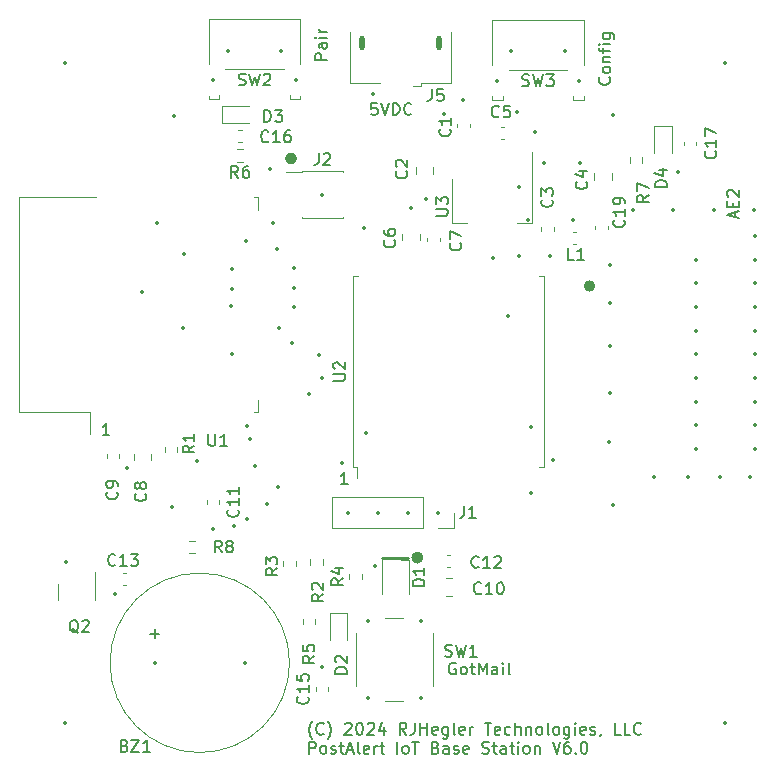
<source format=gto>
%TF.GenerationSoftware,KiCad,Pcbnew,7.0.10*%
%TF.CreationDate,2025-01-08T07:23:32-05:00*%
%TF.ProjectId,PostAlertBaseStationV6,506f7374-416c-4657-9274-426173655374,5.0*%
%TF.SameCoordinates,Original*%
%TF.FileFunction,Legend,Top*%
%TF.FilePolarity,Positive*%
%FSLAX46Y46*%
G04 Gerber Fmt 4.6, Leading zero omitted, Abs format (unit mm)*
G04 Created by KiCad (PCBNEW 7.0.10) date 2025-01-08 07:23:32*
%MOMM*%
%LPD*%
G01*
G04 APERTURE LIST*
%ADD10C,0.525000*%
%ADD11C,0.475000*%
%ADD12C,0.250000*%
%ADD13C,0.150000*%
%ADD14C,0.120000*%
%ADD15C,0.350000*%
%ADD16O,0.500000X1.200000*%
G04 APERTURE END LIST*
D10*
X135518243Y-101579000D02*
G75*
G03*
X134993243Y-101579000I-262500J0D01*
G01*
X134993243Y-101579000D02*
G75*
G03*
X135518243Y-101579000I262500J0D01*
G01*
D11*
X150073900Y-78592000D02*
G75*
G03*
X149598900Y-78592000I-237500J0D01*
G01*
X149598900Y-78592000D02*
G75*
G03*
X150073900Y-78592000I237500J0D01*
G01*
D12*
X132259600Y-101604400D02*
X134494800Y-101604400D01*
D10*
X124825900Y-67797000D02*
G75*
G03*
X124300900Y-67797000I-262500J0D01*
G01*
X124300900Y-67797000D02*
G75*
G03*
X124825900Y-67797000I262500J0D01*
G01*
D13*
X138504988Y-110529438D02*
X138409750Y-110481819D01*
X138409750Y-110481819D02*
X138266893Y-110481819D01*
X138266893Y-110481819D02*
X138124036Y-110529438D01*
X138124036Y-110529438D02*
X138028798Y-110624676D01*
X138028798Y-110624676D02*
X137981179Y-110719914D01*
X137981179Y-110719914D02*
X137933560Y-110910390D01*
X137933560Y-110910390D02*
X137933560Y-111053247D01*
X137933560Y-111053247D02*
X137981179Y-111243723D01*
X137981179Y-111243723D02*
X138028798Y-111338961D01*
X138028798Y-111338961D02*
X138124036Y-111434200D01*
X138124036Y-111434200D02*
X138266893Y-111481819D01*
X138266893Y-111481819D02*
X138362131Y-111481819D01*
X138362131Y-111481819D02*
X138504988Y-111434200D01*
X138504988Y-111434200D02*
X138552607Y-111386580D01*
X138552607Y-111386580D02*
X138552607Y-111053247D01*
X138552607Y-111053247D02*
X138362131Y-111053247D01*
X139124036Y-111481819D02*
X139028798Y-111434200D01*
X139028798Y-111434200D02*
X138981179Y-111386580D01*
X138981179Y-111386580D02*
X138933560Y-111291342D01*
X138933560Y-111291342D02*
X138933560Y-111005628D01*
X138933560Y-111005628D02*
X138981179Y-110910390D01*
X138981179Y-110910390D02*
X139028798Y-110862771D01*
X139028798Y-110862771D02*
X139124036Y-110815152D01*
X139124036Y-110815152D02*
X139266893Y-110815152D01*
X139266893Y-110815152D02*
X139362131Y-110862771D01*
X139362131Y-110862771D02*
X139409750Y-110910390D01*
X139409750Y-110910390D02*
X139457369Y-111005628D01*
X139457369Y-111005628D02*
X139457369Y-111291342D01*
X139457369Y-111291342D02*
X139409750Y-111386580D01*
X139409750Y-111386580D02*
X139362131Y-111434200D01*
X139362131Y-111434200D02*
X139266893Y-111481819D01*
X139266893Y-111481819D02*
X139124036Y-111481819D01*
X139743084Y-110815152D02*
X140124036Y-110815152D01*
X139885941Y-110481819D02*
X139885941Y-111338961D01*
X139885941Y-111338961D02*
X139933560Y-111434200D01*
X139933560Y-111434200D02*
X140028798Y-111481819D01*
X140028798Y-111481819D02*
X140124036Y-111481819D01*
X140457370Y-111481819D02*
X140457370Y-110481819D01*
X140457370Y-110481819D02*
X140790703Y-111196104D01*
X140790703Y-111196104D02*
X141124036Y-110481819D01*
X141124036Y-110481819D02*
X141124036Y-111481819D01*
X142028798Y-111481819D02*
X142028798Y-110958009D01*
X142028798Y-110958009D02*
X141981179Y-110862771D01*
X141981179Y-110862771D02*
X141885941Y-110815152D01*
X141885941Y-110815152D02*
X141695465Y-110815152D01*
X141695465Y-110815152D02*
X141600227Y-110862771D01*
X142028798Y-111434200D02*
X141933560Y-111481819D01*
X141933560Y-111481819D02*
X141695465Y-111481819D01*
X141695465Y-111481819D02*
X141600227Y-111434200D01*
X141600227Y-111434200D02*
X141552608Y-111338961D01*
X141552608Y-111338961D02*
X141552608Y-111243723D01*
X141552608Y-111243723D02*
X141600227Y-111148485D01*
X141600227Y-111148485D02*
X141695465Y-111100866D01*
X141695465Y-111100866D02*
X141933560Y-111100866D01*
X141933560Y-111100866D02*
X142028798Y-111053247D01*
X142504989Y-111481819D02*
X142504989Y-110815152D01*
X142504989Y-110481819D02*
X142457370Y-110529438D01*
X142457370Y-110529438D02*
X142504989Y-110577057D01*
X142504989Y-110577057D02*
X142552608Y-110529438D01*
X142552608Y-110529438D02*
X142504989Y-110481819D01*
X142504989Y-110481819D02*
X142504989Y-110577057D01*
X143124036Y-111481819D02*
X143028798Y-111434200D01*
X143028798Y-111434200D02*
X142981179Y-111338961D01*
X142981179Y-111338961D02*
X142981179Y-110481819D01*
X127608219Y-59459220D02*
X126608219Y-59459220D01*
X126608219Y-59459220D02*
X126608219Y-59078268D01*
X126608219Y-59078268D02*
X126655838Y-58983030D01*
X126655838Y-58983030D02*
X126703457Y-58935411D01*
X126703457Y-58935411D02*
X126798695Y-58887792D01*
X126798695Y-58887792D02*
X126941552Y-58887792D01*
X126941552Y-58887792D02*
X127036790Y-58935411D01*
X127036790Y-58935411D02*
X127084409Y-58983030D01*
X127084409Y-58983030D02*
X127132028Y-59078268D01*
X127132028Y-59078268D02*
X127132028Y-59459220D01*
X127608219Y-58030649D02*
X127084409Y-58030649D01*
X127084409Y-58030649D02*
X126989171Y-58078268D01*
X126989171Y-58078268D02*
X126941552Y-58173506D01*
X126941552Y-58173506D02*
X126941552Y-58363982D01*
X126941552Y-58363982D02*
X126989171Y-58459220D01*
X127560600Y-58030649D02*
X127608219Y-58125887D01*
X127608219Y-58125887D02*
X127608219Y-58363982D01*
X127608219Y-58363982D02*
X127560600Y-58459220D01*
X127560600Y-58459220D02*
X127465361Y-58506839D01*
X127465361Y-58506839D02*
X127370123Y-58506839D01*
X127370123Y-58506839D02*
X127274885Y-58459220D01*
X127274885Y-58459220D02*
X127227266Y-58363982D01*
X127227266Y-58363982D02*
X127227266Y-58125887D01*
X127227266Y-58125887D02*
X127179647Y-58030649D01*
X127608219Y-57554458D02*
X126941552Y-57554458D01*
X126608219Y-57554458D02*
X126655838Y-57602077D01*
X126655838Y-57602077D02*
X126703457Y-57554458D01*
X126703457Y-57554458D02*
X126655838Y-57506839D01*
X126655838Y-57506839D02*
X126608219Y-57554458D01*
X126608219Y-57554458D02*
X126703457Y-57554458D01*
X127608219Y-57078268D02*
X126941552Y-57078268D01*
X127132028Y-57078268D02*
X127036790Y-57030649D01*
X127036790Y-57030649D02*
X126989171Y-56983030D01*
X126989171Y-56983030D02*
X126941552Y-56887792D01*
X126941552Y-56887792D02*
X126941552Y-56792554D01*
X151515980Y-60919792D02*
X151563600Y-60967411D01*
X151563600Y-60967411D02*
X151611219Y-61110268D01*
X151611219Y-61110268D02*
X151611219Y-61205506D01*
X151611219Y-61205506D02*
X151563600Y-61348363D01*
X151563600Y-61348363D02*
X151468361Y-61443601D01*
X151468361Y-61443601D02*
X151373123Y-61491220D01*
X151373123Y-61491220D02*
X151182647Y-61538839D01*
X151182647Y-61538839D02*
X151039790Y-61538839D01*
X151039790Y-61538839D02*
X150849314Y-61491220D01*
X150849314Y-61491220D02*
X150754076Y-61443601D01*
X150754076Y-61443601D02*
X150658838Y-61348363D01*
X150658838Y-61348363D02*
X150611219Y-61205506D01*
X150611219Y-61205506D02*
X150611219Y-61110268D01*
X150611219Y-61110268D02*
X150658838Y-60967411D01*
X150658838Y-60967411D02*
X150706457Y-60919792D01*
X151611219Y-60348363D02*
X151563600Y-60443601D01*
X151563600Y-60443601D02*
X151515980Y-60491220D01*
X151515980Y-60491220D02*
X151420742Y-60538839D01*
X151420742Y-60538839D02*
X151135028Y-60538839D01*
X151135028Y-60538839D02*
X151039790Y-60491220D01*
X151039790Y-60491220D02*
X150992171Y-60443601D01*
X150992171Y-60443601D02*
X150944552Y-60348363D01*
X150944552Y-60348363D02*
X150944552Y-60205506D01*
X150944552Y-60205506D02*
X150992171Y-60110268D01*
X150992171Y-60110268D02*
X151039790Y-60062649D01*
X151039790Y-60062649D02*
X151135028Y-60015030D01*
X151135028Y-60015030D02*
X151420742Y-60015030D01*
X151420742Y-60015030D02*
X151515980Y-60062649D01*
X151515980Y-60062649D02*
X151563600Y-60110268D01*
X151563600Y-60110268D02*
X151611219Y-60205506D01*
X151611219Y-60205506D02*
X151611219Y-60348363D01*
X150944552Y-59586458D02*
X151611219Y-59586458D01*
X151039790Y-59586458D02*
X150992171Y-59538839D01*
X150992171Y-59538839D02*
X150944552Y-59443601D01*
X150944552Y-59443601D02*
X150944552Y-59300744D01*
X150944552Y-59300744D02*
X150992171Y-59205506D01*
X150992171Y-59205506D02*
X151087409Y-59157887D01*
X151087409Y-59157887D02*
X151611219Y-59157887D01*
X150944552Y-58824553D02*
X150944552Y-58443601D01*
X151611219Y-58681696D02*
X150754076Y-58681696D01*
X150754076Y-58681696D02*
X150658838Y-58634077D01*
X150658838Y-58634077D02*
X150611219Y-58538839D01*
X150611219Y-58538839D02*
X150611219Y-58443601D01*
X151611219Y-58110267D02*
X150944552Y-58110267D01*
X150611219Y-58110267D02*
X150658838Y-58157886D01*
X150658838Y-58157886D02*
X150706457Y-58110267D01*
X150706457Y-58110267D02*
X150658838Y-58062648D01*
X150658838Y-58062648D02*
X150611219Y-58110267D01*
X150611219Y-58110267D02*
X150706457Y-58110267D01*
X150944552Y-57205506D02*
X151754076Y-57205506D01*
X151754076Y-57205506D02*
X151849314Y-57253125D01*
X151849314Y-57253125D02*
X151896933Y-57300744D01*
X151896933Y-57300744D02*
X151944552Y-57395982D01*
X151944552Y-57395982D02*
X151944552Y-57538839D01*
X151944552Y-57538839D02*
X151896933Y-57634077D01*
X151563600Y-57205506D02*
X151611219Y-57300744D01*
X151611219Y-57300744D02*
X151611219Y-57491220D01*
X151611219Y-57491220D02*
X151563600Y-57586458D01*
X151563600Y-57586458D02*
X151515980Y-57634077D01*
X151515980Y-57634077D02*
X151420742Y-57681696D01*
X151420742Y-57681696D02*
X151135028Y-57681696D01*
X151135028Y-57681696D02*
X151039790Y-57634077D01*
X151039790Y-57634077D02*
X150992171Y-57586458D01*
X150992171Y-57586458D02*
X150944552Y-57491220D01*
X150944552Y-57491220D02*
X150944552Y-57300744D01*
X150944552Y-57300744D02*
X150992171Y-57205506D01*
X109193388Y-91212619D02*
X108621960Y-91212619D01*
X108907674Y-91212619D02*
X108907674Y-90212619D01*
X108907674Y-90212619D02*
X108812436Y-90355476D01*
X108812436Y-90355476D02*
X108717198Y-90450714D01*
X108717198Y-90450714D02*
X108621960Y-90498333D01*
X131853369Y-63110819D02*
X131377179Y-63110819D01*
X131377179Y-63110819D02*
X131329560Y-63587009D01*
X131329560Y-63587009D02*
X131377179Y-63539390D01*
X131377179Y-63539390D02*
X131472417Y-63491771D01*
X131472417Y-63491771D02*
X131710512Y-63491771D01*
X131710512Y-63491771D02*
X131805750Y-63539390D01*
X131805750Y-63539390D02*
X131853369Y-63587009D01*
X131853369Y-63587009D02*
X131900988Y-63682247D01*
X131900988Y-63682247D02*
X131900988Y-63920342D01*
X131900988Y-63920342D02*
X131853369Y-64015580D01*
X131853369Y-64015580D02*
X131805750Y-64063200D01*
X131805750Y-64063200D02*
X131710512Y-64110819D01*
X131710512Y-64110819D02*
X131472417Y-64110819D01*
X131472417Y-64110819D02*
X131377179Y-64063200D01*
X131377179Y-64063200D02*
X131329560Y-64015580D01*
X132186703Y-63110819D02*
X132520036Y-64110819D01*
X132520036Y-64110819D02*
X132853369Y-63110819D01*
X133186703Y-64110819D02*
X133186703Y-63110819D01*
X133186703Y-63110819D02*
X133424798Y-63110819D01*
X133424798Y-63110819D02*
X133567655Y-63158438D01*
X133567655Y-63158438D02*
X133662893Y-63253676D01*
X133662893Y-63253676D02*
X133710512Y-63348914D01*
X133710512Y-63348914D02*
X133758131Y-63539390D01*
X133758131Y-63539390D02*
X133758131Y-63682247D01*
X133758131Y-63682247D02*
X133710512Y-63872723D01*
X133710512Y-63872723D02*
X133662893Y-63967961D01*
X133662893Y-63967961D02*
X133567655Y-64063200D01*
X133567655Y-64063200D02*
X133424798Y-64110819D01*
X133424798Y-64110819D02*
X133186703Y-64110819D01*
X134758131Y-64015580D02*
X134710512Y-64063200D01*
X134710512Y-64063200D02*
X134567655Y-64110819D01*
X134567655Y-64110819D02*
X134472417Y-64110819D01*
X134472417Y-64110819D02*
X134329560Y-64063200D01*
X134329560Y-64063200D02*
X134234322Y-63967961D01*
X134234322Y-63967961D02*
X134186703Y-63872723D01*
X134186703Y-63872723D02*
X134139084Y-63682247D01*
X134139084Y-63682247D02*
X134139084Y-63539390D01*
X134139084Y-63539390D02*
X134186703Y-63348914D01*
X134186703Y-63348914D02*
X134234322Y-63253676D01*
X134234322Y-63253676D02*
X134329560Y-63158438D01*
X134329560Y-63158438D02*
X134472417Y-63110819D01*
X134472417Y-63110819D02*
X134567655Y-63110819D01*
X134567655Y-63110819D02*
X134710512Y-63158438D01*
X134710512Y-63158438D02*
X134758131Y-63206057D01*
X126379693Y-116958371D02*
X126332074Y-116910752D01*
X126332074Y-116910752D02*
X126236836Y-116767895D01*
X126236836Y-116767895D02*
X126189217Y-116672657D01*
X126189217Y-116672657D02*
X126141598Y-116529800D01*
X126141598Y-116529800D02*
X126093979Y-116291704D01*
X126093979Y-116291704D02*
X126093979Y-116101228D01*
X126093979Y-116101228D02*
X126141598Y-115863133D01*
X126141598Y-115863133D02*
X126189217Y-115720276D01*
X126189217Y-115720276D02*
X126236836Y-115625038D01*
X126236836Y-115625038D02*
X126332074Y-115482180D01*
X126332074Y-115482180D02*
X126379693Y-115434561D01*
X127332074Y-116482180D02*
X127284455Y-116529800D01*
X127284455Y-116529800D02*
X127141598Y-116577419D01*
X127141598Y-116577419D02*
X127046360Y-116577419D01*
X127046360Y-116577419D02*
X126903503Y-116529800D01*
X126903503Y-116529800D02*
X126808265Y-116434561D01*
X126808265Y-116434561D02*
X126760646Y-116339323D01*
X126760646Y-116339323D02*
X126713027Y-116148847D01*
X126713027Y-116148847D02*
X126713027Y-116005990D01*
X126713027Y-116005990D02*
X126760646Y-115815514D01*
X126760646Y-115815514D02*
X126808265Y-115720276D01*
X126808265Y-115720276D02*
X126903503Y-115625038D01*
X126903503Y-115625038D02*
X127046360Y-115577419D01*
X127046360Y-115577419D02*
X127141598Y-115577419D01*
X127141598Y-115577419D02*
X127284455Y-115625038D01*
X127284455Y-115625038D02*
X127332074Y-115672657D01*
X127665408Y-116958371D02*
X127713027Y-116910752D01*
X127713027Y-116910752D02*
X127808265Y-116767895D01*
X127808265Y-116767895D02*
X127855884Y-116672657D01*
X127855884Y-116672657D02*
X127903503Y-116529800D01*
X127903503Y-116529800D02*
X127951122Y-116291704D01*
X127951122Y-116291704D02*
X127951122Y-116101228D01*
X127951122Y-116101228D02*
X127903503Y-115863133D01*
X127903503Y-115863133D02*
X127855884Y-115720276D01*
X127855884Y-115720276D02*
X127808265Y-115625038D01*
X127808265Y-115625038D02*
X127713027Y-115482180D01*
X127713027Y-115482180D02*
X127665408Y-115434561D01*
X129141599Y-115672657D02*
X129189218Y-115625038D01*
X129189218Y-115625038D02*
X129284456Y-115577419D01*
X129284456Y-115577419D02*
X129522551Y-115577419D01*
X129522551Y-115577419D02*
X129617789Y-115625038D01*
X129617789Y-115625038D02*
X129665408Y-115672657D01*
X129665408Y-115672657D02*
X129713027Y-115767895D01*
X129713027Y-115767895D02*
X129713027Y-115863133D01*
X129713027Y-115863133D02*
X129665408Y-116005990D01*
X129665408Y-116005990D02*
X129093980Y-116577419D01*
X129093980Y-116577419D02*
X129713027Y-116577419D01*
X130332075Y-115577419D02*
X130427313Y-115577419D01*
X130427313Y-115577419D02*
X130522551Y-115625038D01*
X130522551Y-115625038D02*
X130570170Y-115672657D01*
X130570170Y-115672657D02*
X130617789Y-115767895D01*
X130617789Y-115767895D02*
X130665408Y-115958371D01*
X130665408Y-115958371D02*
X130665408Y-116196466D01*
X130665408Y-116196466D02*
X130617789Y-116386942D01*
X130617789Y-116386942D02*
X130570170Y-116482180D01*
X130570170Y-116482180D02*
X130522551Y-116529800D01*
X130522551Y-116529800D02*
X130427313Y-116577419D01*
X130427313Y-116577419D02*
X130332075Y-116577419D01*
X130332075Y-116577419D02*
X130236837Y-116529800D01*
X130236837Y-116529800D02*
X130189218Y-116482180D01*
X130189218Y-116482180D02*
X130141599Y-116386942D01*
X130141599Y-116386942D02*
X130093980Y-116196466D01*
X130093980Y-116196466D02*
X130093980Y-115958371D01*
X130093980Y-115958371D02*
X130141599Y-115767895D01*
X130141599Y-115767895D02*
X130189218Y-115672657D01*
X130189218Y-115672657D02*
X130236837Y-115625038D01*
X130236837Y-115625038D02*
X130332075Y-115577419D01*
X131046361Y-115672657D02*
X131093980Y-115625038D01*
X131093980Y-115625038D02*
X131189218Y-115577419D01*
X131189218Y-115577419D02*
X131427313Y-115577419D01*
X131427313Y-115577419D02*
X131522551Y-115625038D01*
X131522551Y-115625038D02*
X131570170Y-115672657D01*
X131570170Y-115672657D02*
X131617789Y-115767895D01*
X131617789Y-115767895D02*
X131617789Y-115863133D01*
X131617789Y-115863133D02*
X131570170Y-116005990D01*
X131570170Y-116005990D02*
X130998742Y-116577419D01*
X130998742Y-116577419D02*
X131617789Y-116577419D01*
X132474932Y-115910752D02*
X132474932Y-116577419D01*
X132236837Y-115529800D02*
X131998742Y-116244085D01*
X131998742Y-116244085D02*
X132617789Y-116244085D01*
X134332075Y-116577419D02*
X133998742Y-116101228D01*
X133760647Y-116577419D02*
X133760647Y-115577419D01*
X133760647Y-115577419D02*
X134141599Y-115577419D01*
X134141599Y-115577419D02*
X134236837Y-115625038D01*
X134236837Y-115625038D02*
X134284456Y-115672657D01*
X134284456Y-115672657D02*
X134332075Y-115767895D01*
X134332075Y-115767895D02*
X134332075Y-115910752D01*
X134332075Y-115910752D02*
X134284456Y-116005990D01*
X134284456Y-116005990D02*
X134236837Y-116053609D01*
X134236837Y-116053609D02*
X134141599Y-116101228D01*
X134141599Y-116101228D02*
X133760647Y-116101228D01*
X135046361Y-115577419D02*
X135046361Y-116291704D01*
X135046361Y-116291704D02*
X134998742Y-116434561D01*
X134998742Y-116434561D02*
X134903504Y-116529800D01*
X134903504Y-116529800D02*
X134760647Y-116577419D01*
X134760647Y-116577419D02*
X134665409Y-116577419D01*
X135522552Y-116577419D02*
X135522552Y-115577419D01*
X135522552Y-116053609D02*
X136093980Y-116053609D01*
X136093980Y-116577419D02*
X136093980Y-115577419D01*
X136951123Y-116529800D02*
X136855885Y-116577419D01*
X136855885Y-116577419D02*
X136665409Y-116577419D01*
X136665409Y-116577419D02*
X136570171Y-116529800D01*
X136570171Y-116529800D02*
X136522552Y-116434561D01*
X136522552Y-116434561D02*
X136522552Y-116053609D01*
X136522552Y-116053609D02*
X136570171Y-115958371D01*
X136570171Y-115958371D02*
X136665409Y-115910752D01*
X136665409Y-115910752D02*
X136855885Y-115910752D01*
X136855885Y-115910752D02*
X136951123Y-115958371D01*
X136951123Y-115958371D02*
X136998742Y-116053609D01*
X136998742Y-116053609D02*
X136998742Y-116148847D01*
X136998742Y-116148847D02*
X136522552Y-116244085D01*
X137855885Y-115910752D02*
X137855885Y-116720276D01*
X137855885Y-116720276D02*
X137808266Y-116815514D01*
X137808266Y-116815514D02*
X137760647Y-116863133D01*
X137760647Y-116863133D02*
X137665409Y-116910752D01*
X137665409Y-116910752D02*
X137522552Y-116910752D01*
X137522552Y-116910752D02*
X137427314Y-116863133D01*
X137855885Y-116529800D02*
X137760647Y-116577419D01*
X137760647Y-116577419D02*
X137570171Y-116577419D01*
X137570171Y-116577419D02*
X137474933Y-116529800D01*
X137474933Y-116529800D02*
X137427314Y-116482180D01*
X137427314Y-116482180D02*
X137379695Y-116386942D01*
X137379695Y-116386942D02*
X137379695Y-116101228D01*
X137379695Y-116101228D02*
X137427314Y-116005990D01*
X137427314Y-116005990D02*
X137474933Y-115958371D01*
X137474933Y-115958371D02*
X137570171Y-115910752D01*
X137570171Y-115910752D02*
X137760647Y-115910752D01*
X137760647Y-115910752D02*
X137855885Y-115958371D01*
X138474933Y-116577419D02*
X138379695Y-116529800D01*
X138379695Y-116529800D02*
X138332076Y-116434561D01*
X138332076Y-116434561D02*
X138332076Y-115577419D01*
X139236838Y-116529800D02*
X139141600Y-116577419D01*
X139141600Y-116577419D02*
X138951124Y-116577419D01*
X138951124Y-116577419D02*
X138855886Y-116529800D01*
X138855886Y-116529800D02*
X138808267Y-116434561D01*
X138808267Y-116434561D02*
X138808267Y-116053609D01*
X138808267Y-116053609D02*
X138855886Y-115958371D01*
X138855886Y-115958371D02*
X138951124Y-115910752D01*
X138951124Y-115910752D02*
X139141600Y-115910752D01*
X139141600Y-115910752D02*
X139236838Y-115958371D01*
X139236838Y-115958371D02*
X139284457Y-116053609D01*
X139284457Y-116053609D02*
X139284457Y-116148847D01*
X139284457Y-116148847D02*
X138808267Y-116244085D01*
X139713029Y-116577419D02*
X139713029Y-115910752D01*
X139713029Y-116101228D02*
X139760648Y-116005990D01*
X139760648Y-116005990D02*
X139808267Y-115958371D01*
X139808267Y-115958371D02*
X139903505Y-115910752D01*
X139903505Y-115910752D02*
X139998743Y-115910752D01*
X140951125Y-115577419D02*
X141522553Y-115577419D01*
X141236839Y-116577419D02*
X141236839Y-115577419D01*
X142236839Y-116529800D02*
X142141601Y-116577419D01*
X142141601Y-116577419D02*
X141951125Y-116577419D01*
X141951125Y-116577419D02*
X141855887Y-116529800D01*
X141855887Y-116529800D02*
X141808268Y-116434561D01*
X141808268Y-116434561D02*
X141808268Y-116053609D01*
X141808268Y-116053609D02*
X141855887Y-115958371D01*
X141855887Y-115958371D02*
X141951125Y-115910752D01*
X141951125Y-115910752D02*
X142141601Y-115910752D01*
X142141601Y-115910752D02*
X142236839Y-115958371D01*
X142236839Y-115958371D02*
X142284458Y-116053609D01*
X142284458Y-116053609D02*
X142284458Y-116148847D01*
X142284458Y-116148847D02*
X141808268Y-116244085D01*
X143141601Y-116529800D02*
X143046363Y-116577419D01*
X143046363Y-116577419D02*
X142855887Y-116577419D01*
X142855887Y-116577419D02*
X142760649Y-116529800D01*
X142760649Y-116529800D02*
X142713030Y-116482180D01*
X142713030Y-116482180D02*
X142665411Y-116386942D01*
X142665411Y-116386942D02*
X142665411Y-116101228D01*
X142665411Y-116101228D02*
X142713030Y-116005990D01*
X142713030Y-116005990D02*
X142760649Y-115958371D01*
X142760649Y-115958371D02*
X142855887Y-115910752D01*
X142855887Y-115910752D02*
X143046363Y-115910752D01*
X143046363Y-115910752D02*
X143141601Y-115958371D01*
X143570173Y-116577419D02*
X143570173Y-115577419D01*
X143998744Y-116577419D02*
X143998744Y-116053609D01*
X143998744Y-116053609D02*
X143951125Y-115958371D01*
X143951125Y-115958371D02*
X143855887Y-115910752D01*
X143855887Y-115910752D02*
X143713030Y-115910752D01*
X143713030Y-115910752D02*
X143617792Y-115958371D01*
X143617792Y-115958371D02*
X143570173Y-116005990D01*
X144474935Y-115910752D02*
X144474935Y-116577419D01*
X144474935Y-116005990D02*
X144522554Y-115958371D01*
X144522554Y-115958371D02*
X144617792Y-115910752D01*
X144617792Y-115910752D02*
X144760649Y-115910752D01*
X144760649Y-115910752D02*
X144855887Y-115958371D01*
X144855887Y-115958371D02*
X144903506Y-116053609D01*
X144903506Y-116053609D02*
X144903506Y-116577419D01*
X145522554Y-116577419D02*
X145427316Y-116529800D01*
X145427316Y-116529800D02*
X145379697Y-116482180D01*
X145379697Y-116482180D02*
X145332078Y-116386942D01*
X145332078Y-116386942D02*
X145332078Y-116101228D01*
X145332078Y-116101228D02*
X145379697Y-116005990D01*
X145379697Y-116005990D02*
X145427316Y-115958371D01*
X145427316Y-115958371D02*
X145522554Y-115910752D01*
X145522554Y-115910752D02*
X145665411Y-115910752D01*
X145665411Y-115910752D02*
X145760649Y-115958371D01*
X145760649Y-115958371D02*
X145808268Y-116005990D01*
X145808268Y-116005990D02*
X145855887Y-116101228D01*
X145855887Y-116101228D02*
X145855887Y-116386942D01*
X145855887Y-116386942D02*
X145808268Y-116482180D01*
X145808268Y-116482180D02*
X145760649Y-116529800D01*
X145760649Y-116529800D02*
X145665411Y-116577419D01*
X145665411Y-116577419D02*
X145522554Y-116577419D01*
X146427316Y-116577419D02*
X146332078Y-116529800D01*
X146332078Y-116529800D02*
X146284459Y-116434561D01*
X146284459Y-116434561D02*
X146284459Y-115577419D01*
X146951126Y-116577419D02*
X146855888Y-116529800D01*
X146855888Y-116529800D02*
X146808269Y-116482180D01*
X146808269Y-116482180D02*
X146760650Y-116386942D01*
X146760650Y-116386942D02*
X146760650Y-116101228D01*
X146760650Y-116101228D02*
X146808269Y-116005990D01*
X146808269Y-116005990D02*
X146855888Y-115958371D01*
X146855888Y-115958371D02*
X146951126Y-115910752D01*
X146951126Y-115910752D02*
X147093983Y-115910752D01*
X147093983Y-115910752D02*
X147189221Y-115958371D01*
X147189221Y-115958371D02*
X147236840Y-116005990D01*
X147236840Y-116005990D02*
X147284459Y-116101228D01*
X147284459Y-116101228D02*
X147284459Y-116386942D01*
X147284459Y-116386942D02*
X147236840Y-116482180D01*
X147236840Y-116482180D02*
X147189221Y-116529800D01*
X147189221Y-116529800D02*
X147093983Y-116577419D01*
X147093983Y-116577419D02*
X146951126Y-116577419D01*
X148141602Y-115910752D02*
X148141602Y-116720276D01*
X148141602Y-116720276D02*
X148093983Y-116815514D01*
X148093983Y-116815514D02*
X148046364Y-116863133D01*
X148046364Y-116863133D02*
X147951126Y-116910752D01*
X147951126Y-116910752D02*
X147808269Y-116910752D01*
X147808269Y-116910752D02*
X147713031Y-116863133D01*
X148141602Y-116529800D02*
X148046364Y-116577419D01*
X148046364Y-116577419D02*
X147855888Y-116577419D01*
X147855888Y-116577419D02*
X147760650Y-116529800D01*
X147760650Y-116529800D02*
X147713031Y-116482180D01*
X147713031Y-116482180D02*
X147665412Y-116386942D01*
X147665412Y-116386942D02*
X147665412Y-116101228D01*
X147665412Y-116101228D02*
X147713031Y-116005990D01*
X147713031Y-116005990D02*
X147760650Y-115958371D01*
X147760650Y-115958371D02*
X147855888Y-115910752D01*
X147855888Y-115910752D02*
X148046364Y-115910752D01*
X148046364Y-115910752D02*
X148141602Y-115958371D01*
X148617793Y-116577419D02*
X148617793Y-115910752D01*
X148617793Y-115577419D02*
X148570174Y-115625038D01*
X148570174Y-115625038D02*
X148617793Y-115672657D01*
X148617793Y-115672657D02*
X148665412Y-115625038D01*
X148665412Y-115625038D02*
X148617793Y-115577419D01*
X148617793Y-115577419D02*
X148617793Y-115672657D01*
X149474935Y-116529800D02*
X149379697Y-116577419D01*
X149379697Y-116577419D02*
X149189221Y-116577419D01*
X149189221Y-116577419D02*
X149093983Y-116529800D01*
X149093983Y-116529800D02*
X149046364Y-116434561D01*
X149046364Y-116434561D02*
X149046364Y-116053609D01*
X149046364Y-116053609D02*
X149093983Y-115958371D01*
X149093983Y-115958371D02*
X149189221Y-115910752D01*
X149189221Y-115910752D02*
X149379697Y-115910752D01*
X149379697Y-115910752D02*
X149474935Y-115958371D01*
X149474935Y-115958371D02*
X149522554Y-116053609D01*
X149522554Y-116053609D02*
X149522554Y-116148847D01*
X149522554Y-116148847D02*
X149046364Y-116244085D01*
X149903507Y-116529800D02*
X149998745Y-116577419D01*
X149998745Y-116577419D02*
X150189221Y-116577419D01*
X150189221Y-116577419D02*
X150284459Y-116529800D01*
X150284459Y-116529800D02*
X150332078Y-116434561D01*
X150332078Y-116434561D02*
X150332078Y-116386942D01*
X150332078Y-116386942D02*
X150284459Y-116291704D01*
X150284459Y-116291704D02*
X150189221Y-116244085D01*
X150189221Y-116244085D02*
X150046364Y-116244085D01*
X150046364Y-116244085D02*
X149951126Y-116196466D01*
X149951126Y-116196466D02*
X149903507Y-116101228D01*
X149903507Y-116101228D02*
X149903507Y-116053609D01*
X149903507Y-116053609D02*
X149951126Y-115958371D01*
X149951126Y-115958371D02*
X150046364Y-115910752D01*
X150046364Y-115910752D02*
X150189221Y-115910752D01*
X150189221Y-115910752D02*
X150284459Y-115958371D01*
X150808269Y-116529800D02*
X150808269Y-116577419D01*
X150808269Y-116577419D02*
X150760650Y-116672657D01*
X150760650Y-116672657D02*
X150713031Y-116720276D01*
X152474935Y-116577419D02*
X151998745Y-116577419D01*
X151998745Y-116577419D02*
X151998745Y-115577419D01*
X153284459Y-116577419D02*
X152808269Y-116577419D01*
X152808269Y-116577419D02*
X152808269Y-115577419D01*
X154189221Y-116482180D02*
X154141602Y-116529800D01*
X154141602Y-116529800D02*
X153998745Y-116577419D01*
X153998745Y-116577419D02*
X153903507Y-116577419D01*
X153903507Y-116577419D02*
X153760650Y-116529800D01*
X153760650Y-116529800D02*
X153665412Y-116434561D01*
X153665412Y-116434561D02*
X153617793Y-116339323D01*
X153617793Y-116339323D02*
X153570174Y-116148847D01*
X153570174Y-116148847D02*
X153570174Y-116005990D01*
X153570174Y-116005990D02*
X153617793Y-115815514D01*
X153617793Y-115815514D02*
X153665412Y-115720276D01*
X153665412Y-115720276D02*
X153760650Y-115625038D01*
X153760650Y-115625038D02*
X153903507Y-115577419D01*
X153903507Y-115577419D02*
X153998745Y-115577419D01*
X153998745Y-115577419D02*
X154141602Y-115625038D01*
X154141602Y-115625038D02*
X154189221Y-115672657D01*
X126093979Y-118187419D02*
X126093979Y-117187419D01*
X126093979Y-117187419D02*
X126474931Y-117187419D01*
X126474931Y-117187419D02*
X126570169Y-117235038D01*
X126570169Y-117235038D02*
X126617788Y-117282657D01*
X126617788Y-117282657D02*
X126665407Y-117377895D01*
X126665407Y-117377895D02*
X126665407Y-117520752D01*
X126665407Y-117520752D02*
X126617788Y-117615990D01*
X126617788Y-117615990D02*
X126570169Y-117663609D01*
X126570169Y-117663609D02*
X126474931Y-117711228D01*
X126474931Y-117711228D02*
X126093979Y-117711228D01*
X127236836Y-118187419D02*
X127141598Y-118139800D01*
X127141598Y-118139800D02*
X127093979Y-118092180D01*
X127093979Y-118092180D02*
X127046360Y-117996942D01*
X127046360Y-117996942D02*
X127046360Y-117711228D01*
X127046360Y-117711228D02*
X127093979Y-117615990D01*
X127093979Y-117615990D02*
X127141598Y-117568371D01*
X127141598Y-117568371D02*
X127236836Y-117520752D01*
X127236836Y-117520752D02*
X127379693Y-117520752D01*
X127379693Y-117520752D02*
X127474931Y-117568371D01*
X127474931Y-117568371D02*
X127522550Y-117615990D01*
X127522550Y-117615990D02*
X127570169Y-117711228D01*
X127570169Y-117711228D02*
X127570169Y-117996942D01*
X127570169Y-117996942D02*
X127522550Y-118092180D01*
X127522550Y-118092180D02*
X127474931Y-118139800D01*
X127474931Y-118139800D02*
X127379693Y-118187419D01*
X127379693Y-118187419D02*
X127236836Y-118187419D01*
X127951122Y-118139800D02*
X128046360Y-118187419D01*
X128046360Y-118187419D02*
X128236836Y-118187419D01*
X128236836Y-118187419D02*
X128332074Y-118139800D01*
X128332074Y-118139800D02*
X128379693Y-118044561D01*
X128379693Y-118044561D02*
X128379693Y-117996942D01*
X128379693Y-117996942D02*
X128332074Y-117901704D01*
X128332074Y-117901704D02*
X128236836Y-117854085D01*
X128236836Y-117854085D02*
X128093979Y-117854085D01*
X128093979Y-117854085D02*
X127998741Y-117806466D01*
X127998741Y-117806466D02*
X127951122Y-117711228D01*
X127951122Y-117711228D02*
X127951122Y-117663609D01*
X127951122Y-117663609D02*
X127998741Y-117568371D01*
X127998741Y-117568371D02*
X128093979Y-117520752D01*
X128093979Y-117520752D02*
X128236836Y-117520752D01*
X128236836Y-117520752D02*
X128332074Y-117568371D01*
X128665408Y-117520752D02*
X129046360Y-117520752D01*
X128808265Y-117187419D02*
X128808265Y-118044561D01*
X128808265Y-118044561D02*
X128855884Y-118139800D01*
X128855884Y-118139800D02*
X128951122Y-118187419D01*
X128951122Y-118187419D02*
X129046360Y-118187419D01*
X129332075Y-117901704D02*
X129808265Y-117901704D01*
X129236837Y-118187419D02*
X129570170Y-117187419D01*
X129570170Y-117187419D02*
X129903503Y-118187419D01*
X130379694Y-118187419D02*
X130284456Y-118139800D01*
X130284456Y-118139800D02*
X130236837Y-118044561D01*
X130236837Y-118044561D02*
X130236837Y-117187419D01*
X131141599Y-118139800D02*
X131046361Y-118187419D01*
X131046361Y-118187419D02*
X130855885Y-118187419D01*
X130855885Y-118187419D02*
X130760647Y-118139800D01*
X130760647Y-118139800D02*
X130713028Y-118044561D01*
X130713028Y-118044561D02*
X130713028Y-117663609D01*
X130713028Y-117663609D02*
X130760647Y-117568371D01*
X130760647Y-117568371D02*
X130855885Y-117520752D01*
X130855885Y-117520752D02*
X131046361Y-117520752D01*
X131046361Y-117520752D02*
X131141599Y-117568371D01*
X131141599Y-117568371D02*
X131189218Y-117663609D01*
X131189218Y-117663609D02*
X131189218Y-117758847D01*
X131189218Y-117758847D02*
X130713028Y-117854085D01*
X131617790Y-118187419D02*
X131617790Y-117520752D01*
X131617790Y-117711228D02*
X131665409Y-117615990D01*
X131665409Y-117615990D02*
X131713028Y-117568371D01*
X131713028Y-117568371D02*
X131808266Y-117520752D01*
X131808266Y-117520752D02*
X131903504Y-117520752D01*
X132093981Y-117520752D02*
X132474933Y-117520752D01*
X132236838Y-117187419D02*
X132236838Y-118044561D01*
X132236838Y-118044561D02*
X132284457Y-118139800D01*
X132284457Y-118139800D02*
X132379695Y-118187419D01*
X132379695Y-118187419D02*
X132474933Y-118187419D01*
X133570172Y-118187419D02*
X133570172Y-117187419D01*
X134189219Y-118187419D02*
X134093981Y-118139800D01*
X134093981Y-118139800D02*
X134046362Y-118092180D01*
X134046362Y-118092180D02*
X133998743Y-117996942D01*
X133998743Y-117996942D02*
X133998743Y-117711228D01*
X133998743Y-117711228D02*
X134046362Y-117615990D01*
X134046362Y-117615990D02*
X134093981Y-117568371D01*
X134093981Y-117568371D02*
X134189219Y-117520752D01*
X134189219Y-117520752D02*
X134332076Y-117520752D01*
X134332076Y-117520752D02*
X134427314Y-117568371D01*
X134427314Y-117568371D02*
X134474933Y-117615990D01*
X134474933Y-117615990D02*
X134522552Y-117711228D01*
X134522552Y-117711228D02*
X134522552Y-117996942D01*
X134522552Y-117996942D02*
X134474933Y-118092180D01*
X134474933Y-118092180D02*
X134427314Y-118139800D01*
X134427314Y-118139800D02*
X134332076Y-118187419D01*
X134332076Y-118187419D02*
X134189219Y-118187419D01*
X134808267Y-117187419D02*
X135379695Y-117187419D01*
X135093981Y-118187419D02*
X135093981Y-117187419D01*
X136808267Y-117663609D02*
X136951124Y-117711228D01*
X136951124Y-117711228D02*
X136998743Y-117758847D01*
X136998743Y-117758847D02*
X137046362Y-117854085D01*
X137046362Y-117854085D02*
X137046362Y-117996942D01*
X137046362Y-117996942D02*
X136998743Y-118092180D01*
X136998743Y-118092180D02*
X136951124Y-118139800D01*
X136951124Y-118139800D02*
X136855886Y-118187419D01*
X136855886Y-118187419D02*
X136474934Y-118187419D01*
X136474934Y-118187419D02*
X136474934Y-117187419D01*
X136474934Y-117187419D02*
X136808267Y-117187419D01*
X136808267Y-117187419D02*
X136903505Y-117235038D01*
X136903505Y-117235038D02*
X136951124Y-117282657D01*
X136951124Y-117282657D02*
X136998743Y-117377895D01*
X136998743Y-117377895D02*
X136998743Y-117473133D01*
X136998743Y-117473133D02*
X136951124Y-117568371D01*
X136951124Y-117568371D02*
X136903505Y-117615990D01*
X136903505Y-117615990D02*
X136808267Y-117663609D01*
X136808267Y-117663609D02*
X136474934Y-117663609D01*
X137903505Y-118187419D02*
X137903505Y-117663609D01*
X137903505Y-117663609D02*
X137855886Y-117568371D01*
X137855886Y-117568371D02*
X137760648Y-117520752D01*
X137760648Y-117520752D02*
X137570172Y-117520752D01*
X137570172Y-117520752D02*
X137474934Y-117568371D01*
X137903505Y-118139800D02*
X137808267Y-118187419D01*
X137808267Y-118187419D02*
X137570172Y-118187419D01*
X137570172Y-118187419D02*
X137474934Y-118139800D01*
X137474934Y-118139800D02*
X137427315Y-118044561D01*
X137427315Y-118044561D02*
X137427315Y-117949323D01*
X137427315Y-117949323D02*
X137474934Y-117854085D01*
X137474934Y-117854085D02*
X137570172Y-117806466D01*
X137570172Y-117806466D02*
X137808267Y-117806466D01*
X137808267Y-117806466D02*
X137903505Y-117758847D01*
X138332077Y-118139800D02*
X138427315Y-118187419D01*
X138427315Y-118187419D02*
X138617791Y-118187419D01*
X138617791Y-118187419D02*
X138713029Y-118139800D01*
X138713029Y-118139800D02*
X138760648Y-118044561D01*
X138760648Y-118044561D02*
X138760648Y-117996942D01*
X138760648Y-117996942D02*
X138713029Y-117901704D01*
X138713029Y-117901704D02*
X138617791Y-117854085D01*
X138617791Y-117854085D02*
X138474934Y-117854085D01*
X138474934Y-117854085D02*
X138379696Y-117806466D01*
X138379696Y-117806466D02*
X138332077Y-117711228D01*
X138332077Y-117711228D02*
X138332077Y-117663609D01*
X138332077Y-117663609D02*
X138379696Y-117568371D01*
X138379696Y-117568371D02*
X138474934Y-117520752D01*
X138474934Y-117520752D02*
X138617791Y-117520752D01*
X138617791Y-117520752D02*
X138713029Y-117568371D01*
X139570172Y-118139800D02*
X139474934Y-118187419D01*
X139474934Y-118187419D02*
X139284458Y-118187419D01*
X139284458Y-118187419D02*
X139189220Y-118139800D01*
X139189220Y-118139800D02*
X139141601Y-118044561D01*
X139141601Y-118044561D02*
X139141601Y-117663609D01*
X139141601Y-117663609D02*
X139189220Y-117568371D01*
X139189220Y-117568371D02*
X139284458Y-117520752D01*
X139284458Y-117520752D02*
X139474934Y-117520752D01*
X139474934Y-117520752D02*
X139570172Y-117568371D01*
X139570172Y-117568371D02*
X139617791Y-117663609D01*
X139617791Y-117663609D02*
X139617791Y-117758847D01*
X139617791Y-117758847D02*
X139141601Y-117854085D01*
X140760649Y-118139800D02*
X140903506Y-118187419D01*
X140903506Y-118187419D02*
X141141601Y-118187419D01*
X141141601Y-118187419D02*
X141236839Y-118139800D01*
X141236839Y-118139800D02*
X141284458Y-118092180D01*
X141284458Y-118092180D02*
X141332077Y-117996942D01*
X141332077Y-117996942D02*
X141332077Y-117901704D01*
X141332077Y-117901704D02*
X141284458Y-117806466D01*
X141284458Y-117806466D02*
X141236839Y-117758847D01*
X141236839Y-117758847D02*
X141141601Y-117711228D01*
X141141601Y-117711228D02*
X140951125Y-117663609D01*
X140951125Y-117663609D02*
X140855887Y-117615990D01*
X140855887Y-117615990D02*
X140808268Y-117568371D01*
X140808268Y-117568371D02*
X140760649Y-117473133D01*
X140760649Y-117473133D02*
X140760649Y-117377895D01*
X140760649Y-117377895D02*
X140808268Y-117282657D01*
X140808268Y-117282657D02*
X140855887Y-117235038D01*
X140855887Y-117235038D02*
X140951125Y-117187419D01*
X140951125Y-117187419D02*
X141189220Y-117187419D01*
X141189220Y-117187419D02*
X141332077Y-117235038D01*
X141617792Y-117520752D02*
X141998744Y-117520752D01*
X141760649Y-117187419D02*
X141760649Y-118044561D01*
X141760649Y-118044561D02*
X141808268Y-118139800D01*
X141808268Y-118139800D02*
X141903506Y-118187419D01*
X141903506Y-118187419D02*
X141998744Y-118187419D01*
X142760649Y-118187419D02*
X142760649Y-117663609D01*
X142760649Y-117663609D02*
X142713030Y-117568371D01*
X142713030Y-117568371D02*
X142617792Y-117520752D01*
X142617792Y-117520752D02*
X142427316Y-117520752D01*
X142427316Y-117520752D02*
X142332078Y-117568371D01*
X142760649Y-118139800D02*
X142665411Y-118187419D01*
X142665411Y-118187419D02*
X142427316Y-118187419D01*
X142427316Y-118187419D02*
X142332078Y-118139800D01*
X142332078Y-118139800D02*
X142284459Y-118044561D01*
X142284459Y-118044561D02*
X142284459Y-117949323D01*
X142284459Y-117949323D02*
X142332078Y-117854085D01*
X142332078Y-117854085D02*
X142427316Y-117806466D01*
X142427316Y-117806466D02*
X142665411Y-117806466D01*
X142665411Y-117806466D02*
X142760649Y-117758847D01*
X143093983Y-117520752D02*
X143474935Y-117520752D01*
X143236840Y-117187419D02*
X143236840Y-118044561D01*
X143236840Y-118044561D02*
X143284459Y-118139800D01*
X143284459Y-118139800D02*
X143379697Y-118187419D01*
X143379697Y-118187419D02*
X143474935Y-118187419D01*
X143808269Y-118187419D02*
X143808269Y-117520752D01*
X143808269Y-117187419D02*
X143760650Y-117235038D01*
X143760650Y-117235038D02*
X143808269Y-117282657D01*
X143808269Y-117282657D02*
X143855888Y-117235038D01*
X143855888Y-117235038D02*
X143808269Y-117187419D01*
X143808269Y-117187419D02*
X143808269Y-117282657D01*
X144427316Y-118187419D02*
X144332078Y-118139800D01*
X144332078Y-118139800D02*
X144284459Y-118092180D01*
X144284459Y-118092180D02*
X144236840Y-117996942D01*
X144236840Y-117996942D02*
X144236840Y-117711228D01*
X144236840Y-117711228D02*
X144284459Y-117615990D01*
X144284459Y-117615990D02*
X144332078Y-117568371D01*
X144332078Y-117568371D02*
X144427316Y-117520752D01*
X144427316Y-117520752D02*
X144570173Y-117520752D01*
X144570173Y-117520752D02*
X144665411Y-117568371D01*
X144665411Y-117568371D02*
X144713030Y-117615990D01*
X144713030Y-117615990D02*
X144760649Y-117711228D01*
X144760649Y-117711228D02*
X144760649Y-117996942D01*
X144760649Y-117996942D02*
X144713030Y-118092180D01*
X144713030Y-118092180D02*
X144665411Y-118139800D01*
X144665411Y-118139800D02*
X144570173Y-118187419D01*
X144570173Y-118187419D02*
X144427316Y-118187419D01*
X145189221Y-117520752D02*
X145189221Y-118187419D01*
X145189221Y-117615990D02*
X145236840Y-117568371D01*
X145236840Y-117568371D02*
X145332078Y-117520752D01*
X145332078Y-117520752D02*
X145474935Y-117520752D01*
X145474935Y-117520752D02*
X145570173Y-117568371D01*
X145570173Y-117568371D02*
X145617792Y-117663609D01*
X145617792Y-117663609D02*
X145617792Y-118187419D01*
X146713031Y-117187419D02*
X147046364Y-118187419D01*
X147046364Y-118187419D02*
X147379697Y-117187419D01*
X148141602Y-117187419D02*
X147951126Y-117187419D01*
X147951126Y-117187419D02*
X147855888Y-117235038D01*
X147855888Y-117235038D02*
X147808269Y-117282657D01*
X147808269Y-117282657D02*
X147713031Y-117425514D01*
X147713031Y-117425514D02*
X147665412Y-117615990D01*
X147665412Y-117615990D02*
X147665412Y-117996942D01*
X147665412Y-117996942D02*
X147713031Y-118092180D01*
X147713031Y-118092180D02*
X147760650Y-118139800D01*
X147760650Y-118139800D02*
X147855888Y-118187419D01*
X147855888Y-118187419D02*
X148046364Y-118187419D01*
X148046364Y-118187419D02*
X148141602Y-118139800D01*
X148141602Y-118139800D02*
X148189221Y-118092180D01*
X148189221Y-118092180D02*
X148236840Y-117996942D01*
X148236840Y-117996942D02*
X148236840Y-117758847D01*
X148236840Y-117758847D02*
X148189221Y-117663609D01*
X148189221Y-117663609D02*
X148141602Y-117615990D01*
X148141602Y-117615990D02*
X148046364Y-117568371D01*
X148046364Y-117568371D02*
X147855888Y-117568371D01*
X147855888Y-117568371D02*
X147760650Y-117615990D01*
X147760650Y-117615990D02*
X147713031Y-117663609D01*
X147713031Y-117663609D02*
X147665412Y-117758847D01*
X148665412Y-118092180D02*
X148713031Y-118139800D01*
X148713031Y-118139800D02*
X148665412Y-118187419D01*
X148665412Y-118187419D02*
X148617793Y-118139800D01*
X148617793Y-118139800D02*
X148665412Y-118092180D01*
X148665412Y-118092180D02*
X148665412Y-118187419D01*
X149332078Y-117187419D02*
X149427316Y-117187419D01*
X149427316Y-117187419D02*
X149522554Y-117235038D01*
X149522554Y-117235038D02*
X149570173Y-117282657D01*
X149570173Y-117282657D02*
X149617792Y-117377895D01*
X149617792Y-117377895D02*
X149665411Y-117568371D01*
X149665411Y-117568371D02*
X149665411Y-117806466D01*
X149665411Y-117806466D02*
X149617792Y-117996942D01*
X149617792Y-117996942D02*
X149570173Y-118092180D01*
X149570173Y-118092180D02*
X149522554Y-118139800D01*
X149522554Y-118139800D02*
X149427316Y-118187419D01*
X149427316Y-118187419D02*
X149332078Y-118187419D01*
X149332078Y-118187419D02*
X149236840Y-118139800D01*
X149236840Y-118139800D02*
X149189221Y-118092180D01*
X149189221Y-118092180D02*
X149141602Y-117996942D01*
X149141602Y-117996942D02*
X149093983Y-117806466D01*
X149093983Y-117806466D02*
X149093983Y-117568371D01*
X149093983Y-117568371D02*
X149141602Y-117377895D01*
X149141602Y-117377895D02*
X149189221Y-117282657D01*
X149189221Y-117282657D02*
X149236840Y-117235038D01*
X149236840Y-117235038D02*
X149332078Y-117187419D01*
X129360988Y-95352819D02*
X128789560Y-95352819D01*
X129075274Y-95352819D02*
X129075274Y-94352819D01*
X129075274Y-94352819D02*
X128980036Y-94495676D01*
X128980036Y-94495676D02*
X128884798Y-94590914D01*
X128884798Y-94590914D02*
X128789560Y-94638533D01*
X120146067Y-61560200D02*
X120288924Y-61607819D01*
X120288924Y-61607819D02*
X120527019Y-61607819D01*
X120527019Y-61607819D02*
X120622257Y-61560200D01*
X120622257Y-61560200D02*
X120669876Y-61512580D01*
X120669876Y-61512580D02*
X120717495Y-61417342D01*
X120717495Y-61417342D02*
X120717495Y-61322104D01*
X120717495Y-61322104D02*
X120669876Y-61226866D01*
X120669876Y-61226866D02*
X120622257Y-61179247D01*
X120622257Y-61179247D02*
X120527019Y-61131628D01*
X120527019Y-61131628D02*
X120336543Y-61084009D01*
X120336543Y-61084009D02*
X120241305Y-61036390D01*
X120241305Y-61036390D02*
X120193686Y-60988771D01*
X120193686Y-60988771D02*
X120146067Y-60893533D01*
X120146067Y-60893533D02*
X120146067Y-60798295D01*
X120146067Y-60798295D02*
X120193686Y-60703057D01*
X120193686Y-60703057D02*
X120241305Y-60655438D01*
X120241305Y-60655438D02*
X120336543Y-60607819D01*
X120336543Y-60607819D02*
X120574638Y-60607819D01*
X120574638Y-60607819D02*
X120717495Y-60655438D01*
X121050829Y-60607819D02*
X121288924Y-61607819D01*
X121288924Y-61607819D02*
X121479400Y-60893533D01*
X121479400Y-60893533D02*
X121669876Y-61607819D01*
X121669876Y-61607819D02*
X121907972Y-60607819D01*
X122241305Y-60703057D02*
X122288924Y-60655438D01*
X122288924Y-60655438D02*
X122384162Y-60607819D01*
X122384162Y-60607819D02*
X122622257Y-60607819D01*
X122622257Y-60607819D02*
X122717495Y-60655438D01*
X122717495Y-60655438D02*
X122765114Y-60703057D01*
X122765114Y-60703057D02*
X122812733Y-60798295D01*
X122812733Y-60798295D02*
X122812733Y-60893533D01*
X122812733Y-60893533D02*
X122765114Y-61036390D01*
X122765114Y-61036390D02*
X122193686Y-61607819D01*
X122193686Y-61607819D02*
X122812733Y-61607819D01*
X136491066Y-61917819D02*
X136491066Y-62632104D01*
X136491066Y-62632104D02*
X136443447Y-62774961D01*
X136443447Y-62774961D02*
X136348209Y-62870200D01*
X136348209Y-62870200D02*
X136205352Y-62917819D01*
X136205352Y-62917819D02*
X136110114Y-62917819D01*
X137443447Y-61917819D02*
X136967257Y-61917819D01*
X136967257Y-61917819D02*
X136919638Y-62394009D01*
X136919638Y-62394009D02*
X136967257Y-62346390D01*
X136967257Y-62346390D02*
X137062495Y-62298771D01*
X137062495Y-62298771D02*
X137300590Y-62298771D01*
X137300590Y-62298771D02*
X137395828Y-62346390D01*
X137395828Y-62346390D02*
X137443447Y-62394009D01*
X137443447Y-62394009D02*
X137491066Y-62489247D01*
X137491066Y-62489247D02*
X137491066Y-62727342D01*
X137491066Y-62727342D02*
X137443447Y-62822580D01*
X137443447Y-62822580D02*
X137395828Y-62870200D01*
X137395828Y-62870200D02*
X137300590Y-62917819D01*
X137300590Y-62917819D02*
X137062495Y-62917819D01*
X137062495Y-62917819D02*
X136967257Y-62870200D01*
X136967257Y-62870200D02*
X136919638Y-62822580D01*
X156387219Y-70186094D02*
X155387219Y-70186094D01*
X155387219Y-70186094D02*
X155387219Y-69947999D01*
X155387219Y-69947999D02*
X155434838Y-69805142D01*
X155434838Y-69805142D02*
X155530076Y-69709904D01*
X155530076Y-69709904D02*
X155625314Y-69662285D01*
X155625314Y-69662285D02*
X155815790Y-69614666D01*
X155815790Y-69614666D02*
X155958647Y-69614666D01*
X155958647Y-69614666D02*
X156149123Y-69662285D01*
X156149123Y-69662285D02*
X156244361Y-69709904D01*
X156244361Y-69709904D02*
X156339600Y-69805142D01*
X156339600Y-69805142D02*
X156387219Y-69947999D01*
X156387219Y-69947999D02*
X156387219Y-70186094D01*
X155720552Y-68757523D02*
X156387219Y-68757523D01*
X155339600Y-68995618D02*
X156053885Y-69233713D01*
X156053885Y-69233713D02*
X156053885Y-68614666D01*
X109809980Y-96030666D02*
X109857600Y-96078285D01*
X109857600Y-96078285D02*
X109905219Y-96221142D01*
X109905219Y-96221142D02*
X109905219Y-96316380D01*
X109905219Y-96316380D02*
X109857600Y-96459237D01*
X109857600Y-96459237D02*
X109762361Y-96554475D01*
X109762361Y-96554475D02*
X109667123Y-96602094D01*
X109667123Y-96602094D02*
X109476647Y-96649713D01*
X109476647Y-96649713D02*
X109333790Y-96649713D01*
X109333790Y-96649713D02*
X109143314Y-96602094D01*
X109143314Y-96602094D02*
X109048076Y-96554475D01*
X109048076Y-96554475D02*
X108952838Y-96459237D01*
X108952838Y-96459237D02*
X108905219Y-96316380D01*
X108905219Y-96316380D02*
X108905219Y-96221142D01*
X108905219Y-96221142D02*
X108952838Y-96078285D01*
X108952838Y-96078285D02*
X109000457Y-96030666D01*
X109905219Y-95554475D02*
X109905219Y-95363999D01*
X109905219Y-95363999D02*
X109857600Y-95268761D01*
X109857600Y-95268761D02*
X109809980Y-95221142D01*
X109809980Y-95221142D02*
X109667123Y-95125904D01*
X109667123Y-95125904D02*
X109476647Y-95078285D01*
X109476647Y-95078285D02*
X109095695Y-95078285D01*
X109095695Y-95078285D02*
X109000457Y-95125904D01*
X109000457Y-95125904D02*
X108952838Y-95173523D01*
X108952838Y-95173523D02*
X108905219Y-95268761D01*
X108905219Y-95268761D02*
X108905219Y-95459237D01*
X108905219Y-95459237D02*
X108952838Y-95554475D01*
X108952838Y-95554475D02*
X109000457Y-95602094D01*
X109000457Y-95602094D02*
X109095695Y-95649713D01*
X109095695Y-95649713D02*
X109333790Y-95649713D01*
X109333790Y-95649713D02*
X109429028Y-95602094D01*
X109429028Y-95602094D02*
X109476647Y-95554475D01*
X109476647Y-95554475D02*
X109524266Y-95459237D01*
X109524266Y-95459237D02*
X109524266Y-95268761D01*
X109524266Y-95268761D02*
X109476647Y-95173523D01*
X109476647Y-95173523D02*
X109429028Y-95125904D01*
X109429028Y-95125904D02*
X109333790Y-95078285D01*
X142176733Y-64219580D02*
X142129114Y-64267200D01*
X142129114Y-64267200D02*
X141986257Y-64314819D01*
X141986257Y-64314819D02*
X141891019Y-64314819D01*
X141891019Y-64314819D02*
X141748162Y-64267200D01*
X141748162Y-64267200D02*
X141652924Y-64171961D01*
X141652924Y-64171961D02*
X141605305Y-64076723D01*
X141605305Y-64076723D02*
X141557686Y-63886247D01*
X141557686Y-63886247D02*
X141557686Y-63743390D01*
X141557686Y-63743390D02*
X141605305Y-63552914D01*
X141605305Y-63552914D02*
X141652924Y-63457676D01*
X141652924Y-63457676D02*
X141748162Y-63362438D01*
X141748162Y-63362438D02*
X141891019Y-63314819D01*
X141891019Y-63314819D02*
X141986257Y-63314819D01*
X141986257Y-63314819D02*
X142129114Y-63362438D01*
X142129114Y-63362438D02*
X142176733Y-63410057D01*
X143081495Y-63314819D02*
X142605305Y-63314819D01*
X142605305Y-63314819D02*
X142557686Y-63791009D01*
X142557686Y-63791009D02*
X142605305Y-63743390D01*
X142605305Y-63743390D02*
X142700543Y-63695771D01*
X142700543Y-63695771D02*
X142938638Y-63695771D01*
X142938638Y-63695771D02*
X143033876Y-63743390D01*
X143033876Y-63743390D02*
X143081495Y-63791009D01*
X143081495Y-63791009D02*
X143129114Y-63886247D01*
X143129114Y-63886247D02*
X143129114Y-64124342D01*
X143129114Y-64124342D02*
X143081495Y-64219580D01*
X143081495Y-64219580D02*
X143033876Y-64267200D01*
X143033876Y-64267200D02*
X142938638Y-64314819D01*
X142938638Y-64314819D02*
X142700543Y-64314819D01*
X142700543Y-64314819D02*
X142605305Y-64267200D01*
X142605305Y-64267200D02*
X142557686Y-64219580D01*
X134320980Y-68852666D02*
X134368600Y-68900285D01*
X134368600Y-68900285D02*
X134416219Y-69043142D01*
X134416219Y-69043142D02*
X134416219Y-69138380D01*
X134416219Y-69138380D02*
X134368600Y-69281237D01*
X134368600Y-69281237D02*
X134273361Y-69376475D01*
X134273361Y-69376475D02*
X134178123Y-69424094D01*
X134178123Y-69424094D02*
X133987647Y-69471713D01*
X133987647Y-69471713D02*
X133844790Y-69471713D01*
X133844790Y-69471713D02*
X133654314Y-69424094D01*
X133654314Y-69424094D02*
X133559076Y-69376475D01*
X133559076Y-69376475D02*
X133463838Y-69281237D01*
X133463838Y-69281237D02*
X133416219Y-69138380D01*
X133416219Y-69138380D02*
X133416219Y-69043142D01*
X133416219Y-69043142D02*
X133463838Y-68900285D01*
X133463838Y-68900285D02*
X133511457Y-68852666D01*
X133511457Y-68471713D02*
X133463838Y-68424094D01*
X133463838Y-68424094D02*
X133416219Y-68328856D01*
X133416219Y-68328856D02*
X133416219Y-68090761D01*
X133416219Y-68090761D02*
X133463838Y-67995523D01*
X133463838Y-67995523D02*
X133511457Y-67947904D01*
X133511457Y-67947904D02*
X133606695Y-67900285D01*
X133606695Y-67900285D02*
X133701933Y-67900285D01*
X133701933Y-67900285D02*
X133844790Y-67947904D01*
X133844790Y-67947904D02*
X134416219Y-68519332D01*
X134416219Y-68519332D02*
X134416219Y-67900285D01*
X118681733Y-101144819D02*
X118348400Y-100668628D01*
X118110305Y-101144819D02*
X118110305Y-100144819D01*
X118110305Y-100144819D02*
X118491257Y-100144819D01*
X118491257Y-100144819D02*
X118586495Y-100192438D01*
X118586495Y-100192438D02*
X118634114Y-100240057D01*
X118634114Y-100240057D02*
X118681733Y-100335295D01*
X118681733Y-100335295D02*
X118681733Y-100478152D01*
X118681733Y-100478152D02*
X118634114Y-100573390D01*
X118634114Y-100573390D02*
X118586495Y-100621009D01*
X118586495Y-100621009D02*
X118491257Y-100668628D01*
X118491257Y-100668628D02*
X118110305Y-100668628D01*
X119253162Y-100573390D02*
X119157924Y-100525771D01*
X119157924Y-100525771D02*
X119110305Y-100478152D01*
X119110305Y-100478152D02*
X119062686Y-100382914D01*
X119062686Y-100382914D02*
X119062686Y-100335295D01*
X119062686Y-100335295D02*
X119110305Y-100240057D01*
X119110305Y-100240057D02*
X119157924Y-100192438D01*
X119157924Y-100192438D02*
X119253162Y-100144819D01*
X119253162Y-100144819D02*
X119443638Y-100144819D01*
X119443638Y-100144819D02*
X119538876Y-100192438D01*
X119538876Y-100192438D02*
X119586495Y-100240057D01*
X119586495Y-100240057D02*
X119634114Y-100335295D01*
X119634114Y-100335295D02*
X119634114Y-100382914D01*
X119634114Y-100382914D02*
X119586495Y-100478152D01*
X119586495Y-100478152D02*
X119538876Y-100525771D01*
X119538876Y-100525771D02*
X119443638Y-100573390D01*
X119443638Y-100573390D02*
X119253162Y-100573390D01*
X119253162Y-100573390D02*
X119157924Y-100621009D01*
X119157924Y-100621009D02*
X119110305Y-100668628D01*
X119110305Y-100668628D02*
X119062686Y-100763866D01*
X119062686Y-100763866D02*
X119062686Y-100954342D01*
X119062686Y-100954342D02*
X119110305Y-101049580D01*
X119110305Y-101049580D02*
X119157924Y-101097200D01*
X119157924Y-101097200D02*
X119253162Y-101144819D01*
X119253162Y-101144819D02*
X119443638Y-101144819D01*
X119443638Y-101144819D02*
X119538876Y-101097200D01*
X119538876Y-101097200D02*
X119586495Y-101049580D01*
X119586495Y-101049580D02*
X119634114Y-100954342D01*
X119634114Y-100954342D02*
X119634114Y-100763866D01*
X119634114Y-100763866D02*
X119586495Y-100668628D01*
X119586495Y-100668628D02*
X119538876Y-100621009D01*
X119538876Y-100621009D02*
X119443638Y-100573390D01*
X110474447Y-117512009D02*
X110617304Y-117559628D01*
X110617304Y-117559628D02*
X110664923Y-117607247D01*
X110664923Y-117607247D02*
X110712542Y-117702485D01*
X110712542Y-117702485D02*
X110712542Y-117845342D01*
X110712542Y-117845342D02*
X110664923Y-117940580D01*
X110664923Y-117940580D02*
X110617304Y-117988200D01*
X110617304Y-117988200D02*
X110522066Y-118035819D01*
X110522066Y-118035819D02*
X110141114Y-118035819D01*
X110141114Y-118035819D02*
X110141114Y-117035819D01*
X110141114Y-117035819D02*
X110474447Y-117035819D01*
X110474447Y-117035819D02*
X110569685Y-117083438D01*
X110569685Y-117083438D02*
X110617304Y-117131057D01*
X110617304Y-117131057D02*
X110664923Y-117226295D01*
X110664923Y-117226295D02*
X110664923Y-117321533D01*
X110664923Y-117321533D02*
X110617304Y-117416771D01*
X110617304Y-117416771D02*
X110569685Y-117464390D01*
X110569685Y-117464390D02*
X110474447Y-117512009D01*
X110474447Y-117512009D02*
X110141114Y-117512009D01*
X111045876Y-117035819D02*
X111712542Y-117035819D01*
X111712542Y-117035819D02*
X111045876Y-118035819D01*
X111045876Y-118035819D02*
X111712542Y-118035819D01*
X112617304Y-118035819D02*
X112045876Y-118035819D01*
X112331590Y-118035819D02*
X112331590Y-117035819D01*
X112331590Y-117035819D02*
X112236352Y-117178676D01*
X112236352Y-117178676D02*
X112141114Y-117273914D01*
X112141114Y-117273914D02*
X112045876Y-117321533D01*
X112649048Y-108023866D02*
X113410953Y-108023866D01*
X113030000Y-108404819D02*
X113030000Y-107642914D01*
X139216066Y-97223819D02*
X139216066Y-97938104D01*
X139216066Y-97938104D02*
X139168447Y-98080961D01*
X139168447Y-98080961D02*
X139073209Y-98176200D01*
X139073209Y-98176200D02*
X138930352Y-98223819D01*
X138930352Y-98223819D02*
X138835114Y-98223819D01*
X140216066Y-98223819D02*
X139644638Y-98223819D01*
X139930352Y-98223819D02*
X139930352Y-97223819D01*
X139930352Y-97223819D02*
X139835114Y-97366676D01*
X139835114Y-97366676D02*
X139739876Y-97461914D01*
X139739876Y-97461914D02*
X139644638Y-97509533D01*
X146639980Y-71265666D02*
X146687600Y-71313285D01*
X146687600Y-71313285D02*
X146735219Y-71456142D01*
X146735219Y-71456142D02*
X146735219Y-71551380D01*
X146735219Y-71551380D02*
X146687600Y-71694237D01*
X146687600Y-71694237D02*
X146592361Y-71789475D01*
X146592361Y-71789475D02*
X146497123Y-71837094D01*
X146497123Y-71837094D02*
X146306647Y-71884713D01*
X146306647Y-71884713D02*
X146163790Y-71884713D01*
X146163790Y-71884713D02*
X145973314Y-71837094D01*
X145973314Y-71837094D02*
X145878076Y-71789475D01*
X145878076Y-71789475D02*
X145782838Y-71694237D01*
X145782838Y-71694237D02*
X145735219Y-71551380D01*
X145735219Y-71551380D02*
X145735219Y-71456142D01*
X145735219Y-71456142D02*
X145782838Y-71313285D01*
X145782838Y-71313285D02*
X145830457Y-71265666D01*
X145735219Y-70932332D02*
X145735219Y-70313285D01*
X145735219Y-70313285D02*
X146116171Y-70646618D01*
X146116171Y-70646618D02*
X146116171Y-70503761D01*
X146116171Y-70503761D02*
X146163790Y-70408523D01*
X146163790Y-70408523D02*
X146211409Y-70360904D01*
X146211409Y-70360904D02*
X146306647Y-70313285D01*
X146306647Y-70313285D02*
X146544742Y-70313285D01*
X146544742Y-70313285D02*
X146639980Y-70360904D01*
X146639980Y-70360904D02*
X146687600Y-70408523D01*
X146687600Y-70408523D02*
X146735219Y-70503761D01*
X146735219Y-70503761D02*
X146735219Y-70789475D01*
X146735219Y-70789475D02*
X146687600Y-70884713D01*
X146687600Y-70884713D02*
X146639980Y-70932332D01*
X144149067Y-61617200D02*
X144291924Y-61664819D01*
X144291924Y-61664819D02*
X144530019Y-61664819D01*
X144530019Y-61664819D02*
X144625257Y-61617200D01*
X144625257Y-61617200D02*
X144672876Y-61569580D01*
X144672876Y-61569580D02*
X144720495Y-61474342D01*
X144720495Y-61474342D02*
X144720495Y-61379104D01*
X144720495Y-61379104D02*
X144672876Y-61283866D01*
X144672876Y-61283866D02*
X144625257Y-61236247D01*
X144625257Y-61236247D02*
X144530019Y-61188628D01*
X144530019Y-61188628D02*
X144339543Y-61141009D01*
X144339543Y-61141009D02*
X144244305Y-61093390D01*
X144244305Y-61093390D02*
X144196686Y-61045771D01*
X144196686Y-61045771D02*
X144149067Y-60950533D01*
X144149067Y-60950533D02*
X144149067Y-60855295D01*
X144149067Y-60855295D02*
X144196686Y-60760057D01*
X144196686Y-60760057D02*
X144244305Y-60712438D01*
X144244305Y-60712438D02*
X144339543Y-60664819D01*
X144339543Y-60664819D02*
X144577638Y-60664819D01*
X144577638Y-60664819D02*
X144720495Y-60712438D01*
X145053829Y-60664819D02*
X145291924Y-61664819D01*
X145291924Y-61664819D02*
X145482400Y-60950533D01*
X145482400Y-60950533D02*
X145672876Y-61664819D01*
X145672876Y-61664819D02*
X145910972Y-60664819D01*
X146196686Y-60664819D02*
X146815733Y-60664819D01*
X146815733Y-60664819D02*
X146482400Y-61045771D01*
X146482400Y-61045771D02*
X146625257Y-61045771D01*
X146625257Y-61045771D02*
X146720495Y-61093390D01*
X146720495Y-61093390D02*
X146768114Y-61141009D01*
X146768114Y-61141009D02*
X146815733Y-61236247D01*
X146815733Y-61236247D02*
X146815733Y-61474342D01*
X146815733Y-61474342D02*
X146768114Y-61569580D01*
X146768114Y-61569580D02*
X146720495Y-61617200D01*
X146720495Y-61617200D02*
X146625257Y-61664819D01*
X146625257Y-61664819D02*
X146339543Y-61664819D01*
X146339543Y-61664819D02*
X146244305Y-61617200D01*
X146244305Y-61617200D02*
X146196686Y-61569580D01*
X106561161Y-107971057D02*
X106465923Y-107923438D01*
X106465923Y-107923438D02*
X106370685Y-107828200D01*
X106370685Y-107828200D02*
X106227828Y-107685342D01*
X106227828Y-107685342D02*
X106132590Y-107637723D01*
X106132590Y-107637723D02*
X106037352Y-107637723D01*
X106084971Y-107875819D02*
X105989733Y-107828200D01*
X105989733Y-107828200D02*
X105894495Y-107732961D01*
X105894495Y-107732961D02*
X105846876Y-107542485D01*
X105846876Y-107542485D02*
X105846876Y-107209152D01*
X105846876Y-107209152D02*
X105894495Y-107018676D01*
X105894495Y-107018676D02*
X105989733Y-106923438D01*
X105989733Y-106923438D02*
X106084971Y-106875819D01*
X106084971Y-106875819D02*
X106275447Y-106875819D01*
X106275447Y-106875819D02*
X106370685Y-106923438D01*
X106370685Y-106923438D02*
X106465923Y-107018676D01*
X106465923Y-107018676D02*
X106513542Y-107209152D01*
X106513542Y-107209152D02*
X106513542Y-107542485D01*
X106513542Y-107542485D02*
X106465923Y-107732961D01*
X106465923Y-107732961D02*
X106370685Y-107828200D01*
X106370685Y-107828200D02*
X106275447Y-107875819D01*
X106275447Y-107875819D02*
X106084971Y-107875819D01*
X106894495Y-106971057D02*
X106942114Y-106923438D01*
X106942114Y-106923438D02*
X107037352Y-106875819D01*
X107037352Y-106875819D02*
X107275447Y-106875819D01*
X107275447Y-106875819D02*
X107370685Y-106923438D01*
X107370685Y-106923438D02*
X107418304Y-106971057D01*
X107418304Y-106971057D02*
X107465923Y-107066295D01*
X107465923Y-107066295D02*
X107465923Y-107161533D01*
X107465923Y-107161533D02*
X107418304Y-107304390D01*
X107418304Y-107304390D02*
X106846876Y-107875819D01*
X106846876Y-107875819D02*
X107465923Y-107875819D01*
X128980619Y-103345866D02*
X128504428Y-103679199D01*
X128980619Y-103917294D02*
X127980619Y-103917294D01*
X127980619Y-103917294D02*
X127980619Y-103536342D01*
X127980619Y-103536342D02*
X128028238Y-103441104D01*
X128028238Y-103441104D02*
X128075857Y-103393485D01*
X128075857Y-103393485D02*
X128171095Y-103345866D01*
X128171095Y-103345866D02*
X128313952Y-103345866D01*
X128313952Y-103345866D02*
X128409190Y-103393485D01*
X128409190Y-103393485D02*
X128456809Y-103441104D01*
X128456809Y-103441104D02*
X128504428Y-103536342D01*
X128504428Y-103536342D02*
X128504428Y-103917294D01*
X128313952Y-102488723D02*
X128980619Y-102488723D01*
X127933000Y-102726818D02*
X128647285Y-102964913D01*
X128647285Y-102964913D02*
X128647285Y-102345866D01*
X117578495Y-91127819D02*
X117578495Y-91937342D01*
X117578495Y-91937342D02*
X117626114Y-92032580D01*
X117626114Y-92032580D02*
X117673733Y-92080200D01*
X117673733Y-92080200D02*
X117768971Y-92127819D01*
X117768971Y-92127819D02*
X117959447Y-92127819D01*
X117959447Y-92127819D02*
X118054685Y-92080200D01*
X118054685Y-92080200D02*
X118102304Y-92032580D01*
X118102304Y-92032580D02*
X118149923Y-91937342D01*
X118149923Y-91937342D02*
X118149923Y-91127819D01*
X119149923Y-92127819D02*
X118578495Y-92127819D01*
X118864209Y-92127819D02*
X118864209Y-91127819D01*
X118864209Y-91127819D02*
X118768971Y-91270676D01*
X118768971Y-91270676D02*
X118673733Y-91365914D01*
X118673733Y-91365914D02*
X118578495Y-91413533D01*
X136845219Y-72622904D02*
X137654742Y-72622904D01*
X137654742Y-72622904D02*
X137749980Y-72575285D01*
X137749980Y-72575285D02*
X137797600Y-72527666D01*
X137797600Y-72527666D02*
X137845219Y-72432428D01*
X137845219Y-72432428D02*
X137845219Y-72241952D01*
X137845219Y-72241952D02*
X137797600Y-72146714D01*
X137797600Y-72146714D02*
X137749980Y-72099095D01*
X137749980Y-72099095D02*
X137654742Y-72051476D01*
X137654742Y-72051476D02*
X136845219Y-72051476D01*
X136845219Y-71670523D02*
X136845219Y-71051476D01*
X136845219Y-71051476D02*
X137226171Y-71384809D01*
X137226171Y-71384809D02*
X137226171Y-71241952D01*
X137226171Y-71241952D02*
X137273790Y-71146714D01*
X137273790Y-71146714D02*
X137321409Y-71099095D01*
X137321409Y-71099095D02*
X137416647Y-71051476D01*
X137416647Y-71051476D02*
X137654742Y-71051476D01*
X137654742Y-71051476D02*
X137749980Y-71099095D01*
X137749980Y-71099095D02*
X137797600Y-71146714D01*
X137797600Y-71146714D02*
X137845219Y-71241952D01*
X137845219Y-71241952D02*
X137845219Y-71527666D01*
X137845219Y-71527666D02*
X137797600Y-71622904D01*
X137797600Y-71622904D02*
X137749980Y-71670523D01*
X128153219Y-86592904D02*
X128962742Y-86592904D01*
X128962742Y-86592904D02*
X129057980Y-86545285D01*
X129057980Y-86545285D02*
X129105600Y-86497666D01*
X129105600Y-86497666D02*
X129153219Y-86402428D01*
X129153219Y-86402428D02*
X129153219Y-86211952D01*
X129153219Y-86211952D02*
X129105600Y-86116714D01*
X129105600Y-86116714D02*
X129057980Y-86069095D01*
X129057980Y-86069095D02*
X128962742Y-86021476D01*
X128962742Y-86021476D02*
X128153219Y-86021476D01*
X128248457Y-85592904D02*
X128200838Y-85545285D01*
X128200838Y-85545285D02*
X128153219Y-85450047D01*
X128153219Y-85450047D02*
X128153219Y-85211952D01*
X128153219Y-85211952D02*
X128200838Y-85116714D01*
X128200838Y-85116714D02*
X128248457Y-85069095D01*
X128248457Y-85069095D02*
X128343695Y-85021476D01*
X128343695Y-85021476D02*
X128438933Y-85021476D01*
X128438933Y-85021476D02*
X128581790Y-85069095D01*
X128581790Y-85069095D02*
X129153219Y-85640523D01*
X129153219Y-85640523D02*
X129153219Y-85021476D01*
X154863219Y-70884666D02*
X154387028Y-71217999D01*
X154863219Y-71456094D02*
X153863219Y-71456094D01*
X153863219Y-71456094D02*
X153863219Y-71075142D01*
X153863219Y-71075142D02*
X153910838Y-70979904D01*
X153910838Y-70979904D02*
X153958457Y-70932285D01*
X153958457Y-70932285D02*
X154053695Y-70884666D01*
X154053695Y-70884666D02*
X154196552Y-70884666D01*
X154196552Y-70884666D02*
X154291790Y-70932285D01*
X154291790Y-70932285D02*
X154339409Y-70979904D01*
X154339409Y-70979904D02*
X154387028Y-71075142D01*
X154387028Y-71075142D02*
X154387028Y-71456094D01*
X153863219Y-70551332D02*
X153863219Y-69884666D01*
X153863219Y-69884666D02*
X154863219Y-70313237D01*
X133304980Y-74694666D02*
X133352600Y-74742285D01*
X133352600Y-74742285D02*
X133400219Y-74885142D01*
X133400219Y-74885142D02*
X133400219Y-74980380D01*
X133400219Y-74980380D02*
X133352600Y-75123237D01*
X133352600Y-75123237D02*
X133257361Y-75218475D01*
X133257361Y-75218475D02*
X133162123Y-75266094D01*
X133162123Y-75266094D02*
X132971647Y-75313713D01*
X132971647Y-75313713D02*
X132828790Y-75313713D01*
X132828790Y-75313713D02*
X132638314Y-75266094D01*
X132638314Y-75266094D02*
X132543076Y-75218475D01*
X132543076Y-75218475D02*
X132447838Y-75123237D01*
X132447838Y-75123237D02*
X132400219Y-74980380D01*
X132400219Y-74980380D02*
X132400219Y-74885142D01*
X132400219Y-74885142D02*
X132447838Y-74742285D01*
X132447838Y-74742285D02*
X132495457Y-74694666D01*
X132400219Y-73837523D02*
X132400219Y-74027999D01*
X132400219Y-74027999D02*
X132447838Y-74123237D01*
X132447838Y-74123237D02*
X132495457Y-74170856D01*
X132495457Y-74170856D02*
X132638314Y-74266094D01*
X132638314Y-74266094D02*
X132828790Y-74313713D01*
X132828790Y-74313713D02*
X133209742Y-74313713D01*
X133209742Y-74313713D02*
X133304980Y-74266094D01*
X133304980Y-74266094D02*
X133352600Y-74218475D01*
X133352600Y-74218475D02*
X133400219Y-74123237D01*
X133400219Y-74123237D02*
X133400219Y-73932761D01*
X133400219Y-73932761D02*
X133352600Y-73837523D01*
X133352600Y-73837523D02*
X133304980Y-73789904D01*
X133304980Y-73789904D02*
X133209742Y-73742285D01*
X133209742Y-73742285D02*
X132971647Y-73742285D01*
X132971647Y-73742285D02*
X132876409Y-73789904D01*
X132876409Y-73789904D02*
X132828790Y-73837523D01*
X132828790Y-73837523D02*
X132781171Y-73932761D01*
X132781171Y-73932761D02*
X132781171Y-74123237D01*
X132781171Y-74123237D02*
X132828790Y-74218475D01*
X132828790Y-74218475D02*
X132876409Y-74266094D01*
X132876409Y-74266094D02*
X132971647Y-74313713D01*
X135857419Y-103968094D02*
X134857419Y-103968094D01*
X134857419Y-103968094D02*
X134857419Y-103729999D01*
X134857419Y-103729999D02*
X134905038Y-103587142D01*
X134905038Y-103587142D02*
X135000276Y-103491904D01*
X135000276Y-103491904D02*
X135095514Y-103444285D01*
X135095514Y-103444285D02*
X135285990Y-103396666D01*
X135285990Y-103396666D02*
X135428847Y-103396666D01*
X135428847Y-103396666D02*
X135619323Y-103444285D01*
X135619323Y-103444285D02*
X135714561Y-103491904D01*
X135714561Y-103491904D02*
X135809800Y-103587142D01*
X135809800Y-103587142D02*
X135857419Y-103729999D01*
X135857419Y-103729999D02*
X135857419Y-103968094D01*
X135857419Y-102444285D02*
X135857419Y-103015713D01*
X135857419Y-102729999D02*
X134857419Y-102729999D01*
X134857419Y-102729999D02*
X135000276Y-102825237D01*
X135000276Y-102825237D02*
X135095514Y-102920475D01*
X135095514Y-102920475D02*
X135143133Y-103015713D01*
X149560980Y-69741666D02*
X149608600Y-69789285D01*
X149608600Y-69789285D02*
X149656219Y-69932142D01*
X149656219Y-69932142D02*
X149656219Y-70027380D01*
X149656219Y-70027380D02*
X149608600Y-70170237D01*
X149608600Y-70170237D02*
X149513361Y-70265475D01*
X149513361Y-70265475D02*
X149418123Y-70313094D01*
X149418123Y-70313094D02*
X149227647Y-70360713D01*
X149227647Y-70360713D02*
X149084790Y-70360713D01*
X149084790Y-70360713D02*
X148894314Y-70313094D01*
X148894314Y-70313094D02*
X148799076Y-70265475D01*
X148799076Y-70265475D02*
X148703838Y-70170237D01*
X148703838Y-70170237D02*
X148656219Y-70027380D01*
X148656219Y-70027380D02*
X148656219Y-69932142D01*
X148656219Y-69932142D02*
X148703838Y-69789285D01*
X148703838Y-69789285D02*
X148751457Y-69741666D01*
X148989552Y-68884523D02*
X149656219Y-68884523D01*
X148608600Y-69122618D02*
X149322885Y-69360713D01*
X149322885Y-69360713D02*
X149322885Y-68741666D01*
X109696542Y-102192580D02*
X109648923Y-102240200D01*
X109648923Y-102240200D02*
X109506066Y-102287819D01*
X109506066Y-102287819D02*
X109410828Y-102287819D01*
X109410828Y-102287819D02*
X109267971Y-102240200D01*
X109267971Y-102240200D02*
X109172733Y-102144961D01*
X109172733Y-102144961D02*
X109125114Y-102049723D01*
X109125114Y-102049723D02*
X109077495Y-101859247D01*
X109077495Y-101859247D02*
X109077495Y-101716390D01*
X109077495Y-101716390D02*
X109125114Y-101525914D01*
X109125114Y-101525914D02*
X109172733Y-101430676D01*
X109172733Y-101430676D02*
X109267971Y-101335438D01*
X109267971Y-101335438D02*
X109410828Y-101287819D01*
X109410828Y-101287819D02*
X109506066Y-101287819D01*
X109506066Y-101287819D02*
X109648923Y-101335438D01*
X109648923Y-101335438D02*
X109696542Y-101383057D01*
X110648923Y-102287819D02*
X110077495Y-102287819D01*
X110363209Y-102287819D02*
X110363209Y-101287819D01*
X110363209Y-101287819D02*
X110267971Y-101430676D01*
X110267971Y-101430676D02*
X110172733Y-101525914D01*
X110172733Y-101525914D02*
X110077495Y-101573533D01*
X110982257Y-101287819D02*
X111601304Y-101287819D01*
X111601304Y-101287819D02*
X111267971Y-101668771D01*
X111267971Y-101668771D02*
X111410828Y-101668771D01*
X111410828Y-101668771D02*
X111506066Y-101716390D01*
X111506066Y-101716390D02*
X111553685Y-101764009D01*
X111553685Y-101764009D02*
X111601304Y-101859247D01*
X111601304Y-101859247D02*
X111601304Y-102097342D01*
X111601304Y-102097342D02*
X111553685Y-102192580D01*
X111553685Y-102192580D02*
X111506066Y-102240200D01*
X111506066Y-102240200D02*
X111410828Y-102287819D01*
X111410828Y-102287819D02*
X111125114Y-102287819D01*
X111125114Y-102287819D02*
X111029876Y-102240200D01*
X111029876Y-102240200D02*
X110982257Y-102192580D01*
X138892980Y-74948666D02*
X138940600Y-74996285D01*
X138940600Y-74996285D02*
X138988219Y-75139142D01*
X138988219Y-75139142D02*
X138988219Y-75234380D01*
X138988219Y-75234380D02*
X138940600Y-75377237D01*
X138940600Y-75377237D02*
X138845361Y-75472475D01*
X138845361Y-75472475D02*
X138750123Y-75520094D01*
X138750123Y-75520094D02*
X138559647Y-75567713D01*
X138559647Y-75567713D02*
X138416790Y-75567713D01*
X138416790Y-75567713D02*
X138226314Y-75520094D01*
X138226314Y-75520094D02*
X138131076Y-75472475D01*
X138131076Y-75472475D02*
X138035838Y-75377237D01*
X138035838Y-75377237D02*
X137988219Y-75234380D01*
X137988219Y-75234380D02*
X137988219Y-75139142D01*
X137988219Y-75139142D02*
X138035838Y-74996285D01*
X138035838Y-74996285D02*
X138083457Y-74948666D01*
X137988219Y-74615332D02*
X137988219Y-73948666D01*
X137988219Y-73948666D02*
X138988219Y-74377237D01*
X160482980Y-67169857D02*
X160530600Y-67217476D01*
X160530600Y-67217476D02*
X160578219Y-67360333D01*
X160578219Y-67360333D02*
X160578219Y-67455571D01*
X160578219Y-67455571D02*
X160530600Y-67598428D01*
X160530600Y-67598428D02*
X160435361Y-67693666D01*
X160435361Y-67693666D02*
X160340123Y-67741285D01*
X160340123Y-67741285D02*
X160149647Y-67788904D01*
X160149647Y-67788904D02*
X160006790Y-67788904D01*
X160006790Y-67788904D02*
X159816314Y-67741285D01*
X159816314Y-67741285D02*
X159721076Y-67693666D01*
X159721076Y-67693666D02*
X159625838Y-67598428D01*
X159625838Y-67598428D02*
X159578219Y-67455571D01*
X159578219Y-67455571D02*
X159578219Y-67360333D01*
X159578219Y-67360333D02*
X159625838Y-67217476D01*
X159625838Y-67217476D02*
X159673457Y-67169857D01*
X160578219Y-66217476D02*
X160578219Y-66788904D01*
X160578219Y-66503190D02*
X159578219Y-66503190D01*
X159578219Y-66503190D02*
X159721076Y-66598428D01*
X159721076Y-66598428D02*
X159816314Y-66693666D01*
X159816314Y-66693666D02*
X159863933Y-66788904D01*
X159578219Y-65884142D02*
X159578219Y-65217476D01*
X159578219Y-65217476D02*
X160578219Y-65646047D01*
X137606467Y-109911000D02*
X137749324Y-109958619D01*
X137749324Y-109958619D02*
X137987419Y-109958619D01*
X137987419Y-109958619D02*
X138082657Y-109911000D01*
X138082657Y-109911000D02*
X138130276Y-109863380D01*
X138130276Y-109863380D02*
X138177895Y-109768142D01*
X138177895Y-109768142D02*
X138177895Y-109672904D01*
X138177895Y-109672904D02*
X138130276Y-109577666D01*
X138130276Y-109577666D02*
X138082657Y-109530047D01*
X138082657Y-109530047D02*
X137987419Y-109482428D01*
X137987419Y-109482428D02*
X137796943Y-109434809D01*
X137796943Y-109434809D02*
X137701705Y-109387190D01*
X137701705Y-109387190D02*
X137654086Y-109339571D01*
X137654086Y-109339571D02*
X137606467Y-109244333D01*
X137606467Y-109244333D02*
X137606467Y-109149095D01*
X137606467Y-109149095D02*
X137654086Y-109053857D01*
X137654086Y-109053857D02*
X137701705Y-109006238D01*
X137701705Y-109006238D02*
X137796943Y-108958619D01*
X137796943Y-108958619D02*
X138035038Y-108958619D01*
X138035038Y-108958619D02*
X138177895Y-109006238D01*
X138511229Y-108958619D02*
X138749324Y-109958619D01*
X138749324Y-109958619D02*
X138939800Y-109244333D01*
X138939800Y-109244333D02*
X139130276Y-109958619D01*
X139130276Y-109958619D02*
X139368372Y-108958619D01*
X140273133Y-109958619D02*
X139701705Y-109958619D01*
X139987419Y-109958619D02*
X139987419Y-108958619D01*
X139987419Y-108958619D02*
X139892181Y-109101476D01*
X139892181Y-109101476D02*
X139796943Y-109196714D01*
X139796943Y-109196714D02*
X139701705Y-109244333D01*
X126542219Y-109899066D02*
X126066028Y-110232399D01*
X126542219Y-110470494D02*
X125542219Y-110470494D01*
X125542219Y-110470494D02*
X125542219Y-110089542D01*
X125542219Y-110089542D02*
X125589838Y-109994304D01*
X125589838Y-109994304D02*
X125637457Y-109946685D01*
X125637457Y-109946685D02*
X125732695Y-109899066D01*
X125732695Y-109899066D02*
X125875552Y-109899066D01*
X125875552Y-109899066D02*
X125970790Y-109946685D01*
X125970790Y-109946685D02*
X126018409Y-109994304D01*
X126018409Y-109994304D02*
X126066028Y-110089542D01*
X126066028Y-110089542D02*
X126066028Y-110470494D01*
X125542219Y-108994304D02*
X125542219Y-109470494D01*
X125542219Y-109470494D02*
X126018409Y-109518113D01*
X126018409Y-109518113D02*
X125970790Y-109470494D01*
X125970790Y-109470494D02*
X125923171Y-109375256D01*
X125923171Y-109375256D02*
X125923171Y-109137161D01*
X125923171Y-109137161D02*
X125970790Y-109041923D01*
X125970790Y-109041923D02*
X126018409Y-108994304D01*
X126018409Y-108994304D02*
X126113647Y-108946685D01*
X126113647Y-108946685D02*
X126351742Y-108946685D01*
X126351742Y-108946685D02*
X126446980Y-108994304D01*
X126446980Y-108994304D02*
X126494600Y-109041923D01*
X126494600Y-109041923D02*
X126542219Y-109137161D01*
X126542219Y-109137161D02*
X126542219Y-109375256D01*
X126542219Y-109375256D02*
X126494600Y-109470494D01*
X126494600Y-109470494D02*
X126446980Y-109518113D01*
X123418019Y-102482266D02*
X122941828Y-102815599D01*
X123418019Y-103053694D02*
X122418019Y-103053694D01*
X122418019Y-103053694D02*
X122418019Y-102672742D01*
X122418019Y-102672742D02*
X122465638Y-102577504D01*
X122465638Y-102577504D02*
X122513257Y-102529885D01*
X122513257Y-102529885D02*
X122608495Y-102482266D01*
X122608495Y-102482266D02*
X122751352Y-102482266D01*
X122751352Y-102482266D02*
X122846590Y-102529885D01*
X122846590Y-102529885D02*
X122894209Y-102577504D01*
X122894209Y-102577504D02*
X122941828Y-102672742D01*
X122941828Y-102672742D02*
X122941828Y-103053694D01*
X122418019Y-102148932D02*
X122418019Y-101529885D01*
X122418019Y-101529885D02*
X122798971Y-101863218D01*
X122798971Y-101863218D02*
X122798971Y-101720361D01*
X122798971Y-101720361D02*
X122846590Y-101625123D01*
X122846590Y-101625123D02*
X122894209Y-101577504D01*
X122894209Y-101577504D02*
X122989447Y-101529885D01*
X122989447Y-101529885D02*
X123227542Y-101529885D01*
X123227542Y-101529885D02*
X123322780Y-101577504D01*
X123322780Y-101577504D02*
X123370400Y-101625123D01*
X123370400Y-101625123D02*
X123418019Y-101720361D01*
X123418019Y-101720361D02*
X123418019Y-102006075D01*
X123418019Y-102006075D02*
X123370400Y-102101313D01*
X123370400Y-102101313D02*
X123322780Y-102148932D01*
X140659142Y-104580180D02*
X140611523Y-104627800D01*
X140611523Y-104627800D02*
X140468666Y-104675419D01*
X140468666Y-104675419D02*
X140373428Y-104675419D01*
X140373428Y-104675419D02*
X140230571Y-104627800D01*
X140230571Y-104627800D02*
X140135333Y-104532561D01*
X140135333Y-104532561D02*
X140087714Y-104437323D01*
X140087714Y-104437323D02*
X140040095Y-104246847D01*
X140040095Y-104246847D02*
X140040095Y-104103990D01*
X140040095Y-104103990D02*
X140087714Y-103913514D01*
X140087714Y-103913514D02*
X140135333Y-103818276D01*
X140135333Y-103818276D02*
X140230571Y-103723038D01*
X140230571Y-103723038D02*
X140373428Y-103675419D01*
X140373428Y-103675419D02*
X140468666Y-103675419D01*
X140468666Y-103675419D02*
X140611523Y-103723038D01*
X140611523Y-103723038D02*
X140659142Y-103770657D01*
X141611523Y-104675419D02*
X141040095Y-104675419D01*
X141325809Y-104675419D02*
X141325809Y-103675419D01*
X141325809Y-103675419D02*
X141230571Y-103818276D01*
X141230571Y-103818276D02*
X141135333Y-103913514D01*
X141135333Y-103913514D02*
X141040095Y-103961133D01*
X142230571Y-103675419D02*
X142325809Y-103675419D01*
X142325809Y-103675419D02*
X142421047Y-103723038D01*
X142421047Y-103723038D02*
X142468666Y-103770657D01*
X142468666Y-103770657D02*
X142516285Y-103865895D01*
X142516285Y-103865895D02*
X142563904Y-104056371D01*
X142563904Y-104056371D02*
X142563904Y-104294466D01*
X142563904Y-104294466D02*
X142516285Y-104484942D01*
X142516285Y-104484942D02*
X142468666Y-104580180D01*
X142468666Y-104580180D02*
X142421047Y-104627800D01*
X142421047Y-104627800D02*
X142325809Y-104675419D01*
X142325809Y-104675419D02*
X142230571Y-104675419D01*
X142230571Y-104675419D02*
X142135333Y-104627800D01*
X142135333Y-104627800D02*
X142087714Y-104580180D01*
X142087714Y-104580180D02*
X142040095Y-104484942D01*
X142040095Y-104484942D02*
X141992476Y-104294466D01*
X141992476Y-104294466D02*
X141992476Y-104056371D01*
X141992476Y-104056371D02*
X142040095Y-103865895D01*
X142040095Y-103865895D02*
X142087714Y-103770657D01*
X142087714Y-103770657D02*
X142135333Y-103723038D01*
X142135333Y-103723038D02*
X142230571Y-103675419D01*
X127304219Y-104666666D02*
X126828028Y-104999999D01*
X127304219Y-105238094D02*
X126304219Y-105238094D01*
X126304219Y-105238094D02*
X126304219Y-104857142D01*
X126304219Y-104857142D02*
X126351838Y-104761904D01*
X126351838Y-104761904D02*
X126399457Y-104714285D01*
X126399457Y-104714285D02*
X126494695Y-104666666D01*
X126494695Y-104666666D02*
X126637552Y-104666666D01*
X126637552Y-104666666D02*
X126732790Y-104714285D01*
X126732790Y-104714285D02*
X126780409Y-104761904D01*
X126780409Y-104761904D02*
X126828028Y-104857142D01*
X126828028Y-104857142D02*
X126828028Y-105238094D01*
X126399457Y-104285713D02*
X126351838Y-104238094D01*
X126351838Y-104238094D02*
X126304219Y-104142856D01*
X126304219Y-104142856D02*
X126304219Y-103904761D01*
X126304219Y-103904761D02*
X126351838Y-103809523D01*
X126351838Y-103809523D02*
X126399457Y-103761904D01*
X126399457Y-103761904D02*
X126494695Y-103714285D01*
X126494695Y-103714285D02*
X126589933Y-103714285D01*
X126589933Y-103714285D02*
X126732790Y-103761904D01*
X126732790Y-103761904D02*
X127304219Y-104333332D01*
X127304219Y-104333332D02*
X127304219Y-103714285D01*
X112222980Y-96157666D02*
X112270600Y-96205285D01*
X112270600Y-96205285D02*
X112318219Y-96348142D01*
X112318219Y-96348142D02*
X112318219Y-96443380D01*
X112318219Y-96443380D02*
X112270600Y-96586237D01*
X112270600Y-96586237D02*
X112175361Y-96681475D01*
X112175361Y-96681475D02*
X112080123Y-96729094D01*
X112080123Y-96729094D02*
X111889647Y-96776713D01*
X111889647Y-96776713D02*
X111746790Y-96776713D01*
X111746790Y-96776713D02*
X111556314Y-96729094D01*
X111556314Y-96729094D02*
X111461076Y-96681475D01*
X111461076Y-96681475D02*
X111365838Y-96586237D01*
X111365838Y-96586237D02*
X111318219Y-96443380D01*
X111318219Y-96443380D02*
X111318219Y-96348142D01*
X111318219Y-96348142D02*
X111365838Y-96205285D01*
X111365838Y-96205285D02*
X111413457Y-96157666D01*
X111746790Y-95586237D02*
X111699171Y-95681475D01*
X111699171Y-95681475D02*
X111651552Y-95729094D01*
X111651552Y-95729094D02*
X111556314Y-95776713D01*
X111556314Y-95776713D02*
X111508695Y-95776713D01*
X111508695Y-95776713D02*
X111413457Y-95729094D01*
X111413457Y-95729094D02*
X111365838Y-95681475D01*
X111365838Y-95681475D02*
X111318219Y-95586237D01*
X111318219Y-95586237D02*
X111318219Y-95395761D01*
X111318219Y-95395761D02*
X111365838Y-95300523D01*
X111365838Y-95300523D02*
X111413457Y-95252904D01*
X111413457Y-95252904D02*
X111508695Y-95205285D01*
X111508695Y-95205285D02*
X111556314Y-95205285D01*
X111556314Y-95205285D02*
X111651552Y-95252904D01*
X111651552Y-95252904D02*
X111699171Y-95300523D01*
X111699171Y-95300523D02*
X111746790Y-95395761D01*
X111746790Y-95395761D02*
X111746790Y-95586237D01*
X111746790Y-95586237D02*
X111794409Y-95681475D01*
X111794409Y-95681475D02*
X111842028Y-95729094D01*
X111842028Y-95729094D02*
X111937266Y-95776713D01*
X111937266Y-95776713D02*
X112127742Y-95776713D01*
X112127742Y-95776713D02*
X112222980Y-95729094D01*
X112222980Y-95729094D02*
X112270600Y-95681475D01*
X112270600Y-95681475D02*
X112318219Y-95586237D01*
X112318219Y-95586237D02*
X112318219Y-95395761D01*
X112318219Y-95395761D02*
X112270600Y-95300523D01*
X112270600Y-95300523D02*
X112222980Y-95252904D01*
X112222980Y-95252904D02*
X112127742Y-95205285D01*
X112127742Y-95205285D02*
X111937266Y-95205285D01*
X111937266Y-95205285D02*
X111842028Y-95252904D01*
X111842028Y-95252904D02*
X111794409Y-95300523D01*
X111794409Y-95300523D02*
X111746790Y-95395761D01*
X129310819Y-111410294D02*
X128310819Y-111410294D01*
X128310819Y-111410294D02*
X128310819Y-111172199D01*
X128310819Y-111172199D02*
X128358438Y-111029342D01*
X128358438Y-111029342D02*
X128453676Y-110934104D01*
X128453676Y-110934104D02*
X128548914Y-110886485D01*
X128548914Y-110886485D02*
X128739390Y-110838866D01*
X128739390Y-110838866D02*
X128882247Y-110838866D01*
X128882247Y-110838866D02*
X129072723Y-110886485D01*
X129072723Y-110886485D02*
X129167961Y-110934104D01*
X129167961Y-110934104D02*
X129263200Y-111029342D01*
X129263200Y-111029342D02*
X129310819Y-111172199D01*
X129310819Y-111172199D02*
X129310819Y-111410294D01*
X128406057Y-110457913D02*
X128358438Y-110410294D01*
X128358438Y-110410294D02*
X128310819Y-110315056D01*
X128310819Y-110315056D02*
X128310819Y-110076961D01*
X128310819Y-110076961D02*
X128358438Y-109981723D01*
X128358438Y-109981723D02*
X128406057Y-109934104D01*
X128406057Y-109934104D02*
X128501295Y-109886485D01*
X128501295Y-109886485D02*
X128596533Y-109886485D01*
X128596533Y-109886485D02*
X128739390Y-109934104D01*
X128739390Y-109934104D02*
X129310819Y-110505532D01*
X129310819Y-110505532D02*
X129310819Y-109886485D01*
X122650542Y-66327780D02*
X122602923Y-66375400D01*
X122602923Y-66375400D02*
X122460066Y-66423019D01*
X122460066Y-66423019D02*
X122364828Y-66423019D01*
X122364828Y-66423019D02*
X122221971Y-66375400D01*
X122221971Y-66375400D02*
X122126733Y-66280161D01*
X122126733Y-66280161D02*
X122079114Y-66184923D01*
X122079114Y-66184923D02*
X122031495Y-65994447D01*
X122031495Y-65994447D02*
X122031495Y-65851590D01*
X122031495Y-65851590D02*
X122079114Y-65661114D01*
X122079114Y-65661114D02*
X122126733Y-65565876D01*
X122126733Y-65565876D02*
X122221971Y-65470638D01*
X122221971Y-65470638D02*
X122364828Y-65423019D01*
X122364828Y-65423019D02*
X122460066Y-65423019D01*
X122460066Y-65423019D02*
X122602923Y-65470638D01*
X122602923Y-65470638D02*
X122650542Y-65518257D01*
X123602923Y-66423019D02*
X123031495Y-66423019D01*
X123317209Y-66423019D02*
X123317209Y-65423019D01*
X123317209Y-65423019D02*
X123221971Y-65565876D01*
X123221971Y-65565876D02*
X123126733Y-65661114D01*
X123126733Y-65661114D02*
X123031495Y-65708733D01*
X124460066Y-65423019D02*
X124269590Y-65423019D01*
X124269590Y-65423019D02*
X124174352Y-65470638D01*
X124174352Y-65470638D02*
X124126733Y-65518257D01*
X124126733Y-65518257D02*
X124031495Y-65661114D01*
X124031495Y-65661114D02*
X123983876Y-65851590D01*
X123983876Y-65851590D02*
X123983876Y-66232542D01*
X123983876Y-66232542D02*
X124031495Y-66327780D01*
X124031495Y-66327780D02*
X124079114Y-66375400D01*
X124079114Y-66375400D02*
X124174352Y-66423019D01*
X124174352Y-66423019D02*
X124364828Y-66423019D01*
X124364828Y-66423019D02*
X124460066Y-66375400D01*
X124460066Y-66375400D02*
X124507685Y-66327780D01*
X124507685Y-66327780D02*
X124555304Y-66232542D01*
X124555304Y-66232542D02*
X124555304Y-65994447D01*
X124555304Y-65994447D02*
X124507685Y-65899209D01*
X124507685Y-65899209D02*
X124460066Y-65851590D01*
X124460066Y-65851590D02*
X124364828Y-65803971D01*
X124364828Y-65803971D02*
X124174352Y-65803971D01*
X124174352Y-65803971D02*
X124079114Y-65851590D01*
X124079114Y-65851590D02*
X124031495Y-65899209D01*
X124031495Y-65899209D02*
X123983876Y-65994447D01*
X120078733Y-69427819D02*
X119745400Y-68951628D01*
X119507305Y-69427819D02*
X119507305Y-68427819D01*
X119507305Y-68427819D02*
X119888257Y-68427819D01*
X119888257Y-68427819D02*
X119983495Y-68475438D01*
X119983495Y-68475438D02*
X120031114Y-68523057D01*
X120031114Y-68523057D02*
X120078733Y-68618295D01*
X120078733Y-68618295D02*
X120078733Y-68761152D01*
X120078733Y-68761152D02*
X120031114Y-68856390D01*
X120031114Y-68856390D02*
X119983495Y-68904009D01*
X119983495Y-68904009D02*
X119888257Y-68951628D01*
X119888257Y-68951628D02*
X119507305Y-68951628D01*
X120935876Y-68427819D02*
X120745400Y-68427819D01*
X120745400Y-68427819D02*
X120650162Y-68475438D01*
X120650162Y-68475438D02*
X120602543Y-68523057D01*
X120602543Y-68523057D02*
X120507305Y-68665914D01*
X120507305Y-68665914D02*
X120459686Y-68856390D01*
X120459686Y-68856390D02*
X120459686Y-69237342D01*
X120459686Y-69237342D02*
X120507305Y-69332580D01*
X120507305Y-69332580D02*
X120554924Y-69380200D01*
X120554924Y-69380200D02*
X120650162Y-69427819D01*
X120650162Y-69427819D02*
X120840638Y-69427819D01*
X120840638Y-69427819D02*
X120935876Y-69380200D01*
X120935876Y-69380200D02*
X120983495Y-69332580D01*
X120983495Y-69332580D02*
X121031114Y-69237342D01*
X121031114Y-69237342D02*
X121031114Y-68999247D01*
X121031114Y-68999247D02*
X120983495Y-68904009D01*
X120983495Y-68904009D02*
X120935876Y-68856390D01*
X120935876Y-68856390D02*
X120840638Y-68808771D01*
X120840638Y-68808771D02*
X120650162Y-68808771D01*
X120650162Y-68808771D02*
X120554924Y-68856390D01*
X120554924Y-68856390D02*
X120507305Y-68904009D01*
X120507305Y-68904009D02*
X120459686Y-68999247D01*
X140455942Y-102370380D02*
X140408323Y-102418000D01*
X140408323Y-102418000D02*
X140265466Y-102465619D01*
X140265466Y-102465619D02*
X140170228Y-102465619D01*
X140170228Y-102465619D02*
X140027371Y-102418000D01*
X140027371Y-102418000D02*
X139932133Y-102322761D01*
X139932133Y-102322761D02*
X139884514Y-102227523D01*
X139884514Y-102227523D02*
X139836895Y-102037047D01*
X139836895Y-102037047D02*
X139836895Y-101894190D01*
X139836895Y-101894190D02*
X139884514Y-101703714D01*
X139884514Y-101703714D02*
X139932133Y-101608476D01*
X139932133Y-101608476D02*
X140027371Y-101513238D01*
X140027371Y-101513238D02*
X140170228Y-101465619D01*
X140170228Y-101465619D02*
X140265466Y-101465619D01*
X140265466Y-101465619D02*
X140408323Y-101513238D01*
X140408323Y-101513238D02*
X140455942Y-101560857D01*
X141408323Y-102465619D02*
X140836895Y-102465619D01*
X141122609Y-102465619D02*
X141122609Y-101465619D01*
X141122609Y-101465619D02*
X141027371Y-101608476D01*
X141027371Y-101608476D02*
X140932133Y-101703714D01*
X140932133Y-101703714D02*
X140836895Y-101751333D01*
X141789276Y-101560857D02*
X141836895Y-101513238D01*
X141836895Y-101513238D02*
X141932133Y-101465619D01*
X141932133Y-101465619D02*
X142170228Y-101465619D01*
X142170228Y-101465619D02*
X142265466Y-101513238D01*
X142265466Y-101513238D02*
X142313085Y-101560857D01*
X142313085Y-101560857D02*
X142360704Y-101656095D01*
X142360704Y-101656095D02*
X142360704Y-101751333D01*
X142360704Y-101751333D02*
X142313085Y-101894190D01*
X142313085Y-101894190D02*
X141741657Y-102465619D01*
X141741657Y-102465619D02*
X142360704Y-102465619D01*
X148526733Y-76379819D02*
X148050543Y-76379819D01*
X148050543Y-76379819D02*
X148050543Y-75379819D01*
X149383876Y-76379819D02*
X148812448Y-76379819D01*
X149098162Y-76379819D02*
X149098162Y-75379819D01*
X149098162Y-75379819D02*
X149002924Y-75522676D01*
X149002924Y-75522676D02*
X148907686Y-75617914D01*
X148907686Y-75617914D02*
X148812448Y-75665533D01*
X120047980Y-97522857D02*
X120095600Y-97570476D01*
X120095600Y-97570476D02*
X120143219Y-97713333D01*
X120143219Y-97713333D02*
X120143219Y-97808571D01*
X120143219Y-97808571D02*
X120095600Y-97951428D01*
X120095600Y-97951428D02*
X120000361Y-98046666D01*
X120000361Y-98046666D02*
X119905123Y-98094285D01*
X119905123Y-98094285D02*
X119714647Y-98141904D01*
X119714647Y-98141904D02*
X119571790Y-98141904D01*
X119571790Y-98141904D02*
X119381314Y-98094285D01*
X119381314Y-98094285D02*
X119286076Y-98046666D01*
X119286076Y-98046666D02*
X119190838Y-97951428D01*
X119190838Y-97951428D02*
X119143219Y-97808571D01*
X119143219Y-97808571D02*
X119143219Y-97713333D01*
X119143219Y-97713333D02*
X119190838Y-97570476D01*
X119190838Y-97570476D02*
X119238457Y-97522857D01*
X120143219Y-96570476D02*
X120143219Y-97141904D01*
X120143219Y-96856190D02*
X119143219Y-96856190D01*
X119143219Y-96856190D02*
X119286076Y-96951428D01*
X119286076Y-96951428D02*
X119381314Y-97046666D01*
X119381314Y-97046666D02*
X119428933Y-97141904D01*
X120143219Y-95618095D02*
X120143219Y-96189523D01*
X120143219Y-95903809D02*
X119143219Y-95903809D01*
X119143219Y-95903809D02*
X119286076Y-95999047D01*
X119286076Y-95999047D02*
X119381314Y-96094285D01*
X119381314Y-96094285D02*
X119428933Y-96189523D01*
X162197504Y-72773666D02*
X162197504Y-72297476D01*
X162483219Y-72868904D02*
X161483219Y-72535571D01*
X161483219Y-72535571D02*
X162483219Y-72202238D01*
X161959409Y-71868904D02*
X161959409Y-71535571D01*
X162483219Y-71392714D02*
X162483219Y-71868904D01*
X162483219Y-71868904D02*
X161483219Y-71868904D01*
X161483219Y-71868904D02*
X161483219Y-71392714D01*
X161578457Y-71011761D02*
X161530838Y-70964142D01*
X161530838Y-70964142D02*
X161483219Y-70868904D01*
X161483219Y-70868904D02*
X161483219Y-70630809D01*
X161483219Y-70630809D02*
X161530838Y-70535571D01*
X161530838Y-70535571D02*
X161578457Y-70487952D01*
X161578457Y-70487952D02*
X161673695Y-70440333D01*
X161673695Y-70440333D02*
X161768933Y-70440333D01*
X161768933Y-70440333D02*
X161911790Y-70487952D01*
X161911790Y-70487952D02*
X162483219Y-71059380D01*
X162483219Y-71059380D02*
X162483219Y-70440333D01*
X122301305Y-64695819D02*
X122301305Y-63695819D01*
X122301305Y-63695819D02*
X122539400Y-63695819D01*
X122539400Y-63695819D02*
X122682257Y-63743438D01*
X122682257Y-63743438D02*
X122777495Y-63838676D01*
X122777495Y-63838676D02*
X122825114Y-63933914D01*
X122825114Y-63933914D02*
X122872733Y-64124390D01*
X122872733Y-64124390D02*
X122872733Y-64267247D01*
X122872733Y-64267247D02*
X122825114Y-64457723D01*
X122825114Y-64457723D02*
X122777495Y-64552961D01*
X122777495Y-64552961D02*
X122682257Y-64648200D01*
X122682257Y-64648200D02*
X122539400Y-64695819D01*
X122539400Y-64695819D02*
X122301305Y-64695819D01*
X123206067Y-63695819D02*
X123825114Y-63695819D01*
X123825114Y-63695819D02*
X123491781Y-64076771D01*
X123491781Y-64076771D02*
X123634638Y-64076771D01*
X123634638Y-64076771D02*
X123729876Y-64124390D01*
X123729876Y-64124390D02*
X123777495Y-64172009D01*
X123777495Y-64172009D02*
X123825114Y-64267247D01*
X123825114Y-64267247D02*
X123825114Y-64505342D01*
X123825114Y-64505342D02*
X123777495Y-64600580D01*
X123777495Y-64600580D02*
X123729876Y-64648200D01*
X123729876Y-64648200D02*
X123634638Y-64695819D01*
X123634638Y-64695819D02*
X123348924Y-64695819D01*
X123348924Y-64695819D02*
X123253686Y-64648200D01*
X123253686Y-64648200D02*
X123206067Y-64600580D01*
X152735980Y-73011857D02*
X152783600Y-73059476D01*
X152783600Y-73059476D02*
X152831219Y-73202333D01*
X152831219Y-73202333D02*
X152831219Y-73297571D01*
X152831219Y-73297571D02*
X152783600Y-73440428D01*
X152783600Y-73440428D02*
X152688361Y-73535666D01*
X152688361Y-73535666D02*
X152593123Y-73583285D01*
X152593123Y-73583285D02*
X152402647Y-73630904D01*
X152402647Y-73630904D02*
X152259790Y-73630904D01*
X152259790Y-73630904D02*
X152069314Y-73583285D01*
X152069314Y-73583285D02*
X151974076Y-73535666D01*
X151974076Y-73535666D02*
X151878838Y-73440428D01*
X151878838Y-73440428D02*
X151831219Y-73297571D01*
X151831219Y-73297571D02*
X151831219Y-73202333D01*
X151831219Y-73202333D02*
X151878838Y-73059476D01*
X151878838Y-73059476D02*
X151926457Y-73011857D01*
X152831219Y-72059476D02*
X152831219Y-72630904D01*
X152831219Y-72345190D02*
X151831219Y-72345190D01*
X151831219Y-72345190D02*
X151974076Y-72440428D01*
X151974076Y-72440428D02*
X152069314Y-72535666D01*
X152069314Y-72535666D02*
X152116933Y-72630904D01*
X152831219Y-71583285D02*
X152831219Y-71392809D01*
X152831219Y-71392809D02*
X152783600Y-71297571D01*
X152783600Y-71297571D02*
X152735980Y-71249952D01*
X152735980Y-71249952D02*
X152593123Y-71154714D01*
X152593123Y-71154714D02*
X152402647Y-71107095D01*
X152402647Y-71107095D02*
X152021695Y-71107095D01*
X152021695Y-71107095D02*
X151926457Y-71154714D01*
X151926457Y-71154714D02*
X151878838Y-71202333D01*
X151878838Y-71202333D02*
X151831219Y-71297571D01*
X151831219Y-71297571D02*
X151831219Y-71488047D01*
X151831219Y-71488047D02*
X151878838Y-71583285D01*
X151878838Y-71583285D02*
X151926457Y-71630904D01*
X151926457Y-71630904D02*
X152021695Y-71678523D01*
X152021695Y-71678523D02*
X152259790Y-71678523D01*
X152259790Y-71678523D02*
X152355028Y-71630904D01*
X152355028Y-71630904D02*
X152402647Y-71583285D01*
X152402647Y-71583285D02*
X152450266Y-71488047D01*
X152450266Y-71488047D02*
X152450266Y-71297571D01*
X152450266Y-71297571D02*
X152402647Y-71202333D01*
X152402647Y-71202333D02*
X152355028Y-71154714D01*
X152355028Y-71154714D02*
X152259790Y-71107095D01*
X125964380Y-113347057D02*
X126012000Y-113394676D01*
X126012000Y-113394676D02*
X126059619Y-113537533D01*
X126059619Y-113537533D02*
X126059619Y-113632771D01*
X126059619Y-113632771D02*
X126012000Y-113775628D01*
X126012000Y-113775628D02*
X125916761Y-113870866D01*
X125916761Y-113870866D02*
X125821523Y-113918485D01*
X125821523Y-113918485D02*
X125631047Y-113966104D01*
X125631047Y-113966104D02*
X125488190Y-113966104D01*
X125488190Y-113966104D02*
X125297714Y-113918485D01*
X125297714Y-113918485D02*
X125202476Y-113870866D01*
X125202476Y-113870866D02*
X125107238Y-113775628D01*
X125107238Y-113775628D02*
X125059619Y-113632771D01*
X125059619Y-113632771D02*
X125059619Y-113537533D01*
X125059619Y-113537533D02*
X125107238Y-113394676D01*
X125107238Y-113394676D02*
X125154857Y-113347057D01*
X126059619Y-112394676D02*
X126059619Y-112966104D01*
X126059619Y-112680390D02*
X125059619Y-112680390D01*
X125059619Y-112680390D02*
X125202476Y-112775628D01*
X125202476Y-112775628D02*
X125297714Y-112870866D01*
X125297714Y-112870866D02*
X125345333Y-112966104D01*
X125059619Y-111489914D02*
X125059619Y-111966104D01*
X125059619Y-111966104D02*
X125535809Y-112013723D01*
X125535809Y-112013723D02*
X125488190Y-111966104D01*
X125488190Y-111966104D02*
X125440571Y-111870866D01*
X125440571Y-111870866D02*
X125440571Y-111632771D01*
X125440571Y-111632771D02*
X125488190Y-111537533D01*
X125488190Y-111537533D02*
X125535809Y-111489914D01*
X125535809Y-111489914D02*
X125631047Y-111442295D01*
X125631047Y-111442295D02*
X125869142Y-111442295D01*
X125869142Y-111442295D02*
X125964380Y-111489914D01*
X125964380Y-111489914D02*
X126012000Y-111537533D01*
X126012000Y-111537533D02*
X126059619Y-111632771D01*
X126059619Y-111632771D02*
X126059619Y-111870866D01*
X126059619Y-111870866D02*
X126012000Y-111966104D01*
X126012000Y-111966104D02*
X125964380Y-112013723D01*
X138003980Y-65296666D02*
X138051600Y-65344285D01*
X138051600Y-65344285D02*
X138099219Y-65487142D01*
X138099219Y-65487142D02*
X138099219Y-65582380D01*
X138099219Y-65582380D02*
X138051600Y-65725237D01*
X138051600Y-65725237D02*
X137956361Y-65820475D01*
X137956361Y-65820475D02*
X137861123Y-65868094D01*
X137861123Y-65868094D02*
X137670647Y-65915713D01*
X137670647Y-65915713D02*
X137527790Y-65915713D01*
X137527790Y-65915713D02*
X137337314Y-65868094D01*
X137337314Y-65868094D02*
X137242076Y-65820475D01*
X137242076Y-65820475D02*
X137146838Y-65725237D01*
X137146838Y-65725237D02*
X137099219Y-65582380D01*
X137099219Y-65582380D02*
X137099219Y-65487142D01*
X137099219Y-65487142D02*
X137146838Y-65344285D01*
X137146838Y-65344285D02*
X137194457Y-65296666D01*
X138099219Y-64344285D02*
X138099219Y-64915713D01*
X138099219Y-64629999D02*
X137099219Y-64629999D01*
X137099219Y-64629999D02*
X137242076Y-64725237D01*
X137242076Y-64725237D02*
X137337314Y-64820475D01*
X137337314Y-64820475D02*
X137384933Y-64915713D01*
X126897066Y-67334819D02*
X126897066Y-68049104D01*
X126897066Y-68049104D02*
X126849447Y-68191961D01*
X126849447Y-68191961D02*
X126754209Y-68287200D01*
X126754209Y-68287200D02*
X126611352Y-68334819D01*
X126611352Y-68334819D02*
X126516114Y-68334819D01*
X127325638Y-67430057D02*
X127373257Y-67382438D01*
X127373257Y-67382438D02*
X127468495Y-67334819D01*
X127468495Y-67334819D02*
X127706590Y-67334819D01*
X127706590Y-67334819D02*
X127801828Y-67382438D01*
X127801828Y-67382438D02*
X127849447Y-67430057D01*
X127849447Y-67430057D02*
X127897066Y-67525295D01*
X127897066Y-67525295D02*
X127897066Y-67620533D01*
X127897066Y-67620533D02*
X127849447Y-67763390D01*
X127849447Y-67763390D02*
X127278019Y-68334819D01*
X127278019Y-68334819D02*
X127897066Y-68334819D01*
X116382219Y-92093666D02*
X115906028Y-92426999D01*
X116382219Y-92665094D02*
X115382219Y-92665094D01*
X115382219Y-92665094D02*
X115382219Y-92284142D01*
X115382219Y-92284142D02*
X115429838Y-92188904D01*
X115429838Y-92188904D02*
X115477457Y-92141285D01*
X115477457Y-92141285D02*
X115572695Y-92093666D01*
X115572695Y-92093666D02*
X115715552Y-92093666D01*
X115715552Y-92093666D02*
X115810790Y-92141285D01*
X115810790Y-92141285D02*
X115858409Y-92188904D01*
X115858409Y-92188904D02*
X115906028Y-92284142D01*
X115906028Y-92284142D02*
X115906028Y-92665094D01*
X116382219Y-91141285D02*
X116382219Y-91712713D01*
X116382219Y-91426999D02*
X115382219Y-91426999D01*
X115382219Y-91426999D02*
X115525076Y-91522237D01*
X115525076Y-91522237D02*
X115620314Y-91617475D01*
X115620314Y-91617475D02*
X115667933Y-91712713D01*
D14*
%TO.C,SW2*%
X117609400Y-55983000D02*
X117609400Y-59833000D01*
X117609400Y-62473000D02*
X117609400Y-62773000D01*
X118499400Y-62773000D02*
X117609400Y-62773000D01*
X118499400Y-62773000D02*
X118499400Y-62423000D01*
X118989400Y-60223000D02*
X123969400Y-60223000D01*
X124459400Y-62773000D02*
X124459400Y-62423000D01*
X125349400Y-55983000D02*
X117609400Y-55983000D01*
X125349400Y-59833000D02*
X125349400Y-55983000D01*
X125349400Y-62473000D02*
X125349400Y-62773000D01*
X125349400Y-62773000D02*
X124459400Y-62773000D01*
%TO.C,J5*%
X138094400Y-61428000D02*
X138094400Y-57068000D01*
X138094400Y-61428000D02*
X135594400Y-61428000D01*
X135594400Y-61428000D02*
X135594400Y-61628000D01*
X134934400Y-61628000D02*
X135594400Y-61628000D01*
X132074400Y-61428000D02*
X129574400Y-61428000D01*
X129574400Y-61428000D02*
X129574400Y-57068000D01*
%TO.C,D4*%
X156794400Y-65042000D02*
X155324400Y-65042000D01*
X155324400Y-65042000D02*
X155324400Y-67327000D01*
X156794400Y-67327000D02*
X156794400Y-65042000D01*
%TO.C,C9*%
X110036600Y-92853220D02*
X110036600Y-93134380D01*
X109016600Y-92853220D02*
X109016600Y-93134380D01*
%TO.C,C5*%
X142329820Y-65128000D02*
X142610980Y-65128000D01*
X142329820Y-66148000D02*
X142610980Y-66148000D01*
%TO.C,C2*%
X136601400Y-68551748D02*
X136601400Y-69074252D01*
X135131400Y-68551748D02*
X135131400Y-69074252D01*
%TO.C,R8*%
X116418658Y-101212500D02*
X115944142Y-101212500D01*
X116418658Y-100167500D02*
X115944142Y-100167500D01*
%TO.C,BZ1*%
X124440000Y-110490000D02*
G75*
G03*
X109240000Y-110490000I-7600000J0D01*
G01*
X109240000Y-110490000D02*
G75*
G03*
X124440000Y-110490000I7600000J0D01*
G01*
%TO.C,J1*%
X135739400Y-96439000D02*
X128059400Y-96439000D01*
X135739400Y-96439000D02*
X135739400Y-99099000D01*
X128059400Y-96439000D02*
X128059400Y-99099000D01*
X138339400Y-97769000D02*
X138339400Y-99099000D01*
X138339400Y-99099000D02*
X137009400Y-99099000D01*
X135739400Y-99099000D02*
X128059400Y-99099000D01*
%TO.C,C3*%
X145770400Y-73906580D02*
X145770400Y-73625420D01*
X146790400Y-73906580D02*
X146790400Y-73625420D01*
%TO.C,SW3*%
X141612400Y-56040000D02*
X141612400Y-59890000D01*
X141612400Y-62530000D02*
X141612400Y-62830000D01*
X142502400Y-62830000D02*
X141612400Y-62830000D01*
X142502400Y-62830000D02*
X142502400Y-62480000D01*
X142992400Y-60280000D02*
X147972400Y-60280000D01*
X148462400Y-62830000D02*
X148462400Y-62480000D01*
X149352400Y-56040000D02*
X141612400Y-56040000D01*
X149352400Y-59890000D02*
X149352400Y-56040000D01*
X149352400Y-62530000D02*
X149352400Y-62830000D01*
X149352400Y-62830000D02*
X148462400Y-62830000D01*
%TO.C,Q2*%
X107962400Y-104500000D02*
X107962400Y-102825000D01*
X107962400Y-104500000D02*
X107962400Y-105150000D01*
X104842400Y-104500000D02*
X104842400Y-103850000D01*
X104842400Y-104500000D02*
X104842400Y-105150000D01*
%TO.C,R4*%
X130546900Y-102941942D02*
X130546900Y-103416458D01*
X129501900Y-102941942D02*
X129501900Y-103416458D01*
%TO.C,U1*%
X101551000Y-89261400D02*
X107571000Y-89261400D01*
X101551000Y-89261400D02*
X101551000Y-71021400D01*
X107571000Y-89261400D02*
X107571000Y-91141400D01*
X121471000Y-89261400D02*
X121791000Y-89261400D01*
X121791000Y-89261400D02*
X121791000Y-88241400D01*
X121791000Y-72141400D02*
X121791000Y-71021400D01*
X101551000Y-71021400D02*
X108071000Y-71021400D01*
X121471000Y-71021400D02*
X121771000Y-71021400D01*
%TO.C,U3*%
X144991400Y-67253000D02*
X144991400Y-73263000D01*
X138171400Y-69503000D02*
X138171400Y-73263000D01*
X144991400Y-73263000D02*
X143731400Y-73263000D01*
X138171400Y-73263000D02*
X139431400Y-73263000D01*
%TO.C,U2*%
X129798400Y-93931000D02*
X130148400Y-93931000D01*
X129798400Y-93931000D02*
X129798400Y-77731000D01*
X130148400Y-93931000D02*
X130148400Y-94831000D01*
X145598400Y-93931000D02*
X145998400Y-93931000D01*
X145998400Y-93931000D02*
X145998400Y-77731000D01*
X129798400Y-77731000D02*
X130198400Y-77731000D01*
X145998400Y-77731000D02*
X145598400Y-77731000D01*
%TO.C,R7*%
X153250900Y-68161258D02*
X153250900Y-67686742D01*
X154295900Y-68161258D02*
X154295900Y-67686742D01*
%TO.C,C6*%
X133988400Y-74728252D02*
X133988400Y-74205748D01*
X135458400Y-74728252D02*
X135458400Y-74205748D01*
%TO.C,D1*%
X134552600Y-101810000D02*
X133902600Y-101810000D01*
X134552600Y-101810000D02*
X134552600Y-104650000D01*
X132252600Y-101810000D02*
X132252600Y-104650000D01*
%TO.C,C4*%
X150244400Y-69582252D02*
X150244400Y-69059748D01*
X151714400Y-69582252D02*
X151714400Y-69059748D01*
%TO.C,C13*%
X110606980Y-103867000D02*
X110325820Y-103867000D01*
X110606980Y-102847000D02*
X110325820Y-102847000D01*
%TO.C,C7*%
X136118400Y-74795580D02*
X136118400Y-74514420D01*
X137138400Y-74795580D02*
X137138400Y-74514420D01*
%TO.C,C17*%
X157835400Y-66667580D02*
X157835400Y-66386420D01*
X158855400Y-66667580D02*
X158855400Y-66386420D01*
%TO.C,SW1*%
X134061600Y-106739200D02*
X132561600Y-106739200D01*
X130061600Y-107989200D02*
X130061600Y-112489200D01*
X136561600Y-112489200D02*
X136561600Y-107989200D01*
X132561600Y-113739200D02*
X134061600Y-113739200D01*
%TO.C,R5*%
X126635300Y-106751942D02*
X126635300Y-107226458D01*
X125590300Y-106751942D02*
X125590300Y-107226458D01*
%TO.C,R3*%
X123913900Y-102324258D02*
X123913900Y-101849742D01*
X124958900Y-102324258D02*
X124958900Y-101849742D01*
%TO.C,C10*%
X137650148Y-103344500D02*
X138172652Y-103344500D01*
X137650148Y-104814500D02*
X138172652Y-104814500D01*
%TO.C,R2*%
X126199900Y-102197258D02*
X126199900Y-101722742D01*
X127244900Y-102197258D02*
X127244900Y-101722742D01*
%TO.C,C8*%
X112700000Y-92834148D02*
X112700000Y-93356652D01*
X111230000Y-92834148D02*
X111230000Y-93356652D01*
%TO.C,D2*%
X129337000Y-106317000D02*
X127867000Y-106317000D01*
X127867000Y-106317000D02*
X127867000Y-108602000D01*
X129337000Y-108602000D02*
X129337000Y-106317000D01*
%TO.C,C16*%
X120385980Y-66376600D02*
X120104820Y-66376600D01*
X120385980Y-65356600D02*
X120104820Y-65356600D01*
%TO.C,R6*%
X120482658Y-68065500D02*
X120008142Y-68065500D01*
X120482658Y-67020500D02*
X120008142Y-67020500D01*
%TO.C,C12*%
X137757820Y-101399200D02*
X138038980Y-101399200D01*
X137757820Y-102419200D02*
X138038980Y-102419200D01*
%TO.C,L1*%
X148403621Y-74018000D02*
X148729179Y-74018000D01*
X148403621Y-75038000D02*
X148729179Y-75038000D01*
%TO.C,C11*%
X118469400Y-96739420D02*
X118469400Y-97020580D01*
X117449400Y-96739420D02*
X117449400Y-97020580D01*
%TO.C,D3*%
X118760400Y-63328200D02*
X118760400Y-64798200D01*
X118760400Y-64798200D02*
X121045400Y-64798200D01*
X121045400Y-63328200D02*
X118760400Y-63328200D01*
%TO.C,C19*%
X150342400Y-73779580D02*
X150342400Y-73498420D01*
X151362400Y-73779580D02*
X151362400Y-73498420D01*
%TO.C,C15*%
X127664200Y-112576020D02*
X127664200Y-112857180D01*
X126644200Y-112576020D02*
X126644200Y-112857180D01*
%TO.C,C1*%
X138658400Y-65143580D02*
X138658400Y-64862420D01*
X139678400Y-65143580D02*
X139678400Y-64862420D01*
%TO.C,J2*%
X124140400Y-68945000D02*
X125465400Y-68945000D01*
X125465400Y-68880000D02*
X125465400Y-68945000D01*
X125465400Y-68880000D02*
X128995400Y-68880000D01*
X125465400Y-72745000D02*
X125465400Y-72810000D01*
X125465400Y-72810000D02*
X128995400Y-72810000D01*
X128995400Y-68880000D02*
X128995400Y-68945000D01*
X128995400Y-72745000D02*
X128995400Y-72810000D01*
%TO.C,R1*%
X113880900Y-92672258D02*
X113880900Y-92197742D01*
X114925900Y-92672258D02*
X114925900Y-92197742D01*
%TD*%
D15*
X127230400Y-86339000D03*
X113260400Y-73258000D03*
X119737400Y-98912000D03*
X160885400Y-94721000D03*
X144629400Y-73004000D03*
X163806400Y-72115000D03*
X114640163Y-64200000D03*
X151614400Y-76814000D03*
X124817400Y-77068000D03*
X145264400Y-65511000D03*
X146788400Y-93324000D03*
X124817400Y-78719000D03*
X119508800Y-80319200D03*
X151868400Y-64114000D03*
X149074400Y-68178000D03*
X127230400Y-70845000D03*
X160377400Y-72115000D03*
X126976400Y-84434000D03*
X105513400Y-101960000D03*
X139168400Y-62844000D03*
X128881400Y-93578000D03*
X161290000Y-59690000D03*
X163425400Y-94721000D03*
X153519400Y-72115000D03*
X144883400Y-96118000D03*
X151614400Y-87609000D03*
X117959400Y-99166000D03*
X127205000Y-110837000D03*
X142978400Y-81132000D03*
X131675568Y-102290368D03*
X115521000Y-75874200D03*
X131548400Y-62336000D03*
X105410000Y-115570000D03*
X144883400Y-90530000D03*
X143740400Y-63860000D03*
X155297400Y-94721000D03*
X109704400Y-104627000D03*
X137517400Y-63987000D03*
X130786400Y-73639000D03*
X119610400Y-84307000D03*
X105410000Y-59690000D03*
X141708400Y-76179000D03*
X130913400Y-91038000D03*
X158218400Y-94721000D03*
X119585000Y-77169600D03*
X151868400Y-97134000D03*
X146534400Y-76052000D03*
X134723400Y-71988000D03*
X110644200Y-93959000D03*
X114530400Y-97261000D03*
X146026400Y-68178000D03*
X156948400Y-72115000D03*
X161290000Y-115570000D03*
X151614400Y-83672000D03*
X111939600Y-79074600D03*
X143867400Y-76052000D03*
X120829600Y-90403000D03*
X143867400Y-70210000D03*
X148439400Y-73004000D03*
X119559600Y-78820600D03*
X124817400Y-80370000D03*
X151614400Y-79989000D03*
X151487400Y-91800000D03*
X135993400Y-71226000D03*
X157329400Y-68940000D03*
X115444800Y-82144900D03*
X122559900Y-97007000D03*
X122785400Y-68686000D03*
X121539000Y-93832000D03*
X120880400Y-98277000D03*
X120753400Y-74756600D03*
X123547400Y-82148000D03*
X124690400Y-83418000D03*
X121134400Y-91546000D03*
X116625900Y-93387500D03*
X123039400Y-73258000D03*
X123445900Y-95610000D03*
X126115900Y-87736000D03*
X123394900Y-75445500D03*
X117979400Y-61153000D03*
X124979400Y-61153000D03*
X119229400Y-58653000D03*
X123729400Y-58653000D03*
D16*
X137134400Y-58018000D03*
X130534400Y-58018000D03*
D15*
X113040000Y-110490000D03*
X120640000Y-110490000D03*
X137009400Y-97769000D03*
X134469400Y-97769000D03*
X131929400Y-97769000D03*
X129389400Y-97769000D03*
X141982400Y-61210000D03*
X148982400Y-61210000D03*
X143232400Y-58710000D03*
X147732400Y-58710000D03*
X135561600Y-106989200D03*
X135561600Y-113489200D03*
X131061600Y-106989200D03*
X131061600Y-113489200D03*
X163853400Y-74370000D03*
X163853400Y-76370000D03*
X158853400Y-76370000D03*
X163853400Y-78370000D03*
X158853400Y-78370000D03*
X163853400Y-80370000D03*
X158853400Y-80370000D03*
X163853400Y-82370000D03*
X158853400Y-82370000D03*
X163853400Y-84370000D03*
X158853400Y-84370000D03*
X163853400Y-86370000D03*
X158853400Y-86370000D03*
X163853400Y-88370000D03*
X158853400Y-88370000D03*
X163853400Y-90370000D03*
X158853400Y-90370000D03*
X163853400Y-92370000D03*
X158853400Y-92370000D03*
M02*

</source>
